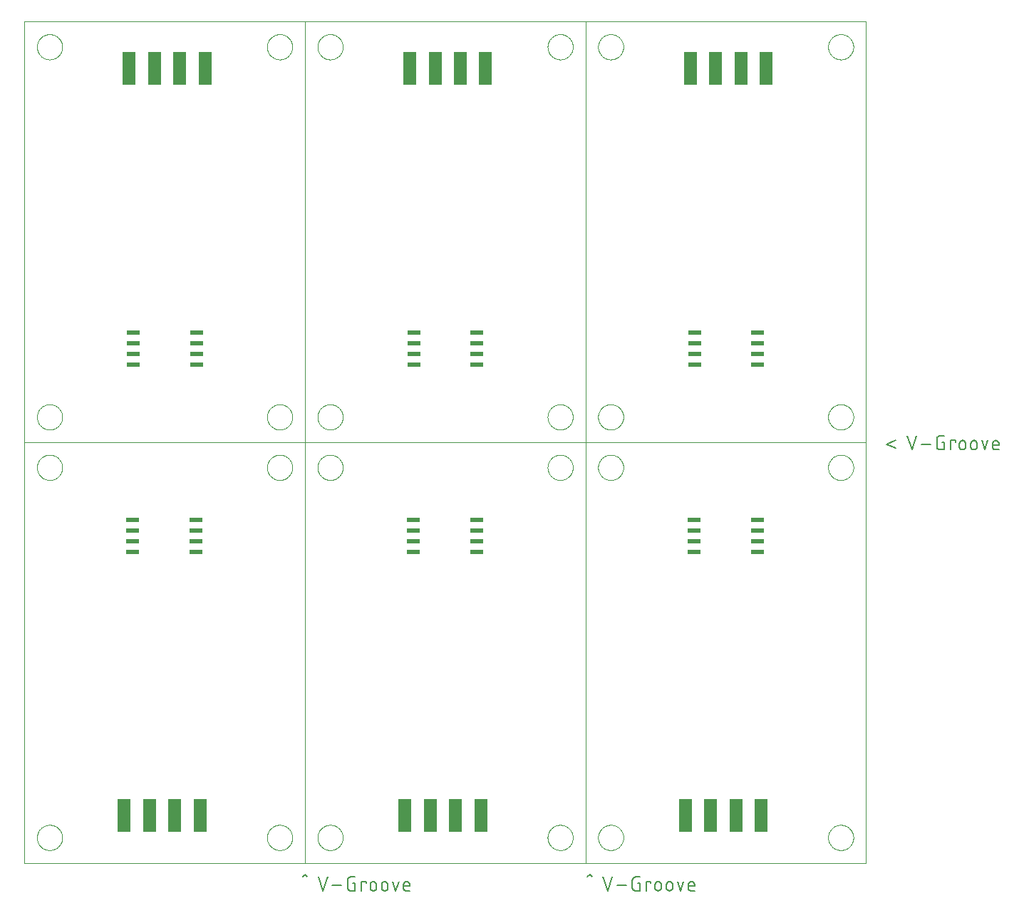
<source format=gtp>
G75*
%MOIN*%
%OFA0B0*%
%FSLAX25Y25*%
%IPPOS*%
%LPD*%
%AMOC8*
5,1,8,0,0,1.08239X$1,22.5*
%
%ADD10C,0.00600*%
%ADD11C,0.00004*%
%ADD12R,0.05906X0.02362*%
%ADD13R,0.06299X0.15748*%
D10*
X0131172Y0015608D02*
X0132239Y0016674D01*
X0133305Y0015608D01*
X0138516Y0015430D02*
X0140649Y0009030D01*
X0142782Y0015430D01*
X0145080Y0011519D02*
X0149347Y0011519D01*
X0152205Y0010452D02*
X0152205Y0014008D01*
X0152207Y0014082D01*
X0152213Y0014157D01*
X0152223Y0014230D01*
X0152236Y0014304D01*
X0152253Y0014376D01*
X0152275Y0014447D01*
X0152299Y0014518D01*
X0152328Y0014586D01*
X0152360Y0014654D01*
X0152396Y0014719D01*
X0152434Y0014782D01*
X0152477Y0014844D01*
X0152522Y0014903D01*
X0152570Y0014959D01*
X0152621Y0015014D01*
X0152675Y0015065D01*
X0152732Y0015113D01*
X0152791Y0015158D01*
X0152853Y0015201D01*
X0152916Y0015239D01*
X0152981Y0015275D01*
X0153049Y0015307D01*
X0153117Y0015336D01*
X0153188Y0015360D01*
X0153259Y0015382D01*
X0153331Y0015399D01*
X0153405Y0015412D01*
X0153478Y0015422D01*
X0153553Y0015428D01*
X0153627Y0015430D01*
X0155761Y0015430D01*
X0155761Y0012586D02*
X0155761Y0009030D01*
X0153627Y0009030D01*
X0153553Y0009032D01*
X0153478Y0009038D01*
X0153405Y0009048D01*
X0153331Y0009061D01*
X0153259Y0009078D01*
X0153188Y0009100D01*
X0153117Y0009124D01*
X0153049Y0009153D01*
X0152981Y0009185D01*
X0152916Y0009221D01*
X0152853Y0009259D01*
X0152791Y0009302D01*
X0152732Y0009347D01*
X0152675Y0009395D01*
X0152621Y0009446D01*
X0152570Y0009500D01*
X0152522Y0009557D01*
X0152477Y0009616D01*
X0152434Y0009678D01*
X0152396Y0009741D01*
X0152360Y0009806D01*
X0152328Y0009874D01*
X0152299Y0009942D01*
X0152275Y0010013D01*
X0152253Y0010084D01*
X0152236Y0010156D01*
X0152223Y0010230D01*
X0152213Y0010303D01*
X0152207Y0010378D01*
X0152205Y0010452D01*
X0154694Y0012586D02*
X0155761Y0012586D01*
X0158748Y0013297D02*
X0160881Y0013297D01*
X0160881Y0012586D01*
X0162817Y0011874D02*
X0162817Y0010452D01*
X0162818Y0010452D02*
X0162820Y0010378D01*
X0162826Y0010303D01*
X0162836Y0010230D01*
X0162849Y0010156D01*
X0162866Y0010084D01*
X0162888Y0010013D01*
X0162912Y0009942D01*
X0162941Y0009874D01*
X0162973Y0009806D01*
X0163009Y0009741D01*
X0163047Y0009678D01*
X0163090Y0009616D01*
X0163135Y0009557D01*
X0163183Y0009500D01*
X0163234Y0009446D01*
X0163288Y0009395D01*
X0163345Y0009347D01*
X0163404Y0009302D01*
X0163466Y0009259D01*
X0163529Y0009221D01*
X0163594Y0009185D01*
X0163662Y0009153D01*
X0163730Y0009124D01*
X0163801Y0009100D01*
X0163872Y0009078D01*
X0163944Y0009061D01*
X0164018Y0009048D01*
X0164091Y0009038D01*
X0164166Y0009032D01*
X0164240Y0009030D01*
X0164314Y0009032D01*
X0164389Y0009038D01*
X0164462Y0009048D01*
X0164536Y0009061D01*
X0164608Y0009078D01*
X0164679Y0009100D01*
X0164750Y0009124D01*
X0164818Y0009153D01*
X0164886Y0009185D01*
X0164951Y0009221D01*
X0165014Y0009259D01*
X0165076Y0009302D01*
X0165135Y0009347D01*
X0165192Y0009395D01*
X0165246Y0009446D01*
X0165297Y0009500D01*
X0165345Y0009557D01*
X0165390Y0009616D01*
X0165433Y0009678D01*
X0165471Y0009741D01*
X0165507Y0009806D01*
X0165539Y0009874D01*
X0165568Y0009942D01*
X0165592Y0010013D01*
X0165614Y0010084D01*
X0165631Y0010156D01*
X0165644Y0010230D01*
X0165654Y0010303D01*
X0165660Y0010378D01*
X0165662Y0010452D01*
X0165662Y0011874D01*
X0165660Y0011948D01*
X0165654Y0012023D01*
X0165644Y0012096D01*
X0165631Y0012170D01*
X0165614Y0012242D01*
X0165592Y0012313D01*
X0165568Y0012384D01*
X0165539Y0012452D01*
X0165507Y0012520D01*
X0165471Y0012585D01*
X0165433Y0012648D01*
X0165390Y0012710D01*
X0165345Y0012769D01*
X0165297Y0012826D01*
X0165246Y0012880D01*
X0165192Y0012931D01*
X0165135Y0012979D01*
X0165076Y0013024D01*
X0165014Y0013067D01*
X0164951Y0013105D01*
X0164886Y0013141D01*
X0164818Y0013173D01*
X0164750Y0013202D01*
X0164679Y0013226D01*
X0164608Y0013248D01*
X0164536Y0013265D01*
X0164462Y0013278D01*
X0164389Y0013288D01*
X0164314Y0013294D01*
X0164240Y0013296D01*
X0164166Y0013294D01*
X0164091Y0013288D01*
X0164018Y0013278D01*
X0163944Y0013265D01*
X0163872Y0013248D01*
X0163801Y0013226D01*
X0163730Y0013202D01*
X0163662Y0013173D01*
X0163594Y0013141D01*
X0163529Y0013105D01*
X0163466Y0013067D01*
X0163404Y0013024D01*
X0163345Y0012979D01*
X0163288Y0012931D01*
X0163234Y0012880D01*
X0163183Y0012826D01*
X0163135Y0012769D01*
X0163090Y0012710D01*
X0163047Y0012648D01*
X0163009Y0012585D01*
X0162973Y0012520D01*
X0162941Y0012452D01*
X0162912Y0012384D01*
X0162888Y0012313D01*
X0162866Y0012242D01*
X0162849Y0012170D01*
X0162836Y0012096D01*
X0162826Y0012023D01*
X0162820Y0011948D01*
X0162818Y0011874D01*
X0158748Y0013297D02*
X0158748Y0009030D01*
X0168151Y0010452D02*
X0168151Y0011874D01*
X0168153Y0011948D01*
X0168159Y0012023D01*
X0168169Y0012096D01*
X0168182Y0012170D01*
X0168199Y0012242D01*
X0168221Y0012313D01*
X0168245Y0012384D01*
X0168274Y0012452D01*
X0168306Y0012520D01*
X0168342Y0012585D01*
X0168380Y0012648D01*
X0168423Y0012710D01*
X0168468Y0012769D01*
X0168516Y0012826D01*
X0168567Y0012880D01*
X0168621Y0012931D01*
X0168678Y0012979D01*
X0168737Y0013024D01*
X0168799Y0013067D01*
X0168862Y0013105D01*
X0168927Y0013141D01*
X0168995Y0013173D01*
X0169063Y0013202D01*
X0169134Y0013226D01*
X0169205Y0013248D01*
X0169277Y0013265D01*
X0169351Y0013278D01*
X0169424Y0013288D01*
X0169499Y0013294D01*
X0169573Y0013296D01*
X0169647Y0013294D01*
X0169722Y0013288D01*
X0169795Y0013278D01*
X0169869Y0013265D01*
X0169941Y0013248D01*
X0170012Y0013226D01*
X0170083Y0013202D01*
X0170151Y0013173D01*
X0170219Y0013141D01*
X0170284Y0013105D01*
X0170347Y0013067D01*
X0170409Y0013024D01*
X0170468Y0012979D01*
X0170525Y0012931D01*
X0170579Y0012880D01*
X0170630Y0012826D01*
X0170678Y0012769D01*
X0170723Y0012710D01*
X0170766Y0012648D01*
X0170804Y0012585D01*
X0170840Y0012520D01*
X0170872Y0012452D01*
X0170901Y0012384D01*
X0170925Y0012313D01*
X0170947Y0012242D01*
X0170964Y0012170D01*
X0170977Y0012096D01*
X0170987Y0012023D01*
X0170993Y0011948D01*
X0170995Y0011874D01*
X0170995Y0010452D01*
X0170993Y0010378D01*
X0170987Y0010303D01*
X0170977Y0010230D01*
X0170964Y0010156D01*
X0170947Y0010084D01*
X0170925Y0010013D01*
X0170901Y0009942D01*
X0170872Y0009874D01*
X0170840Y0009806D01*
X0170804Y0009741D01*
X0170766Y0009678D01*
X0170723Y0009616D01*
X0170678Y0009557D01*
X0170630Y0009500D01*
X0170579Y0009446D01*
X0170525Y0009395D01*
X0170468Y0009347D01*
X0170409Y0009302D01*
X0170347Y0009259D01*
X0170284Y0009221D01*
X0170219Y0009185D01*
X0170151Y0009153D01*
X0170083Y0009124D01*
X0170012Y0009100D01*
X0169941Y0009078D01*
X0169869Y0009061D01*
X0169795Y0009048D01*
X0169722Y0009038D01*
X0169647Y0009032D01*
X0169573Y0009030D01*
X0169499Y0009032D01*
X0169424Y0009038D01*
X0169351Y0009048D01*
X0169277Y0009061D01*
X0169205Y0009078D01*
X0169134Y0009100D01*
X0169063Y0009124D01*
X0168995Y0009153D01*
X0168927Y0009185D01*
X0168862Y0009221D01*
X0168799Y0009259D01*
X0168737Y0009302D01*
X0168678Y0009347D01*
X0168621Y0009395D01*
X0168567Y0009446D01*
X0168516Y0009500D01*
X0168468Y0009557D01*
X0168423Y0009616D01*
X0168380Y0009678D01*
X0168342Y0009741D01*
X0168306Y0009806D01*
X0168274Y0009874D01*
X0168245Y0009942D01*
X0168221Y0010013D01*
X0168199Y0010084D01*
X0168182Y0010156D01*
X0168169Y0010230D01*
X0168159Y0010303D01*
X0168153Y0010378D01*
X0168151Y0010452D01*
X0173279Y0013297D02*
X0174701Y0009030D01*
X0176124Y0013297D01*
X0178408Y0011874D02*
X0178408Y0010097D01*
X0178407Y0010097D02*
X0178409Y0010033D01*
X0178415Y0009968D01*
X0178424Y0009905D01*
X0178438Y0009842D01*
X0178455Y0009780D01*
X0178476Y0009719D01*
X0178501Y0009659D01*
X0178529Y0009601D01*
X0178561Y0009545D01*
X0178596Y0009491D01*
X0178634Y0009439D01*
X0178675Y0009389D01*
X0178720Y0009343D01*
X0178766Y0009298D01*
X0178816Y0009257D01*
X0178868Y0009219D01*
X0178922Y0009184D01*
X0178978Y0009152D01*
X0179036Y0009124D01*
X0179096Y0009099D01*
X0179157Y0009078D01*
X0179219Y0009061D01*
X0179282Y0009047D01*
X0179345Y0009038D01*
X0179410Y0009032D01*
X0179474Y0009030D01*
X0181252Y0009030D01*
X0181252Y0011163D02*
X0178408Y0011163D01*
X0178408Y0011874D02*
X0178410Y0011948D01*
X0178416Y0012023D01*
X0178426Y0012096D01*
X0178439Y0012170D01*
X0178456Y0012242D01*
X0178478Y0012313D01*
X0178502Y0012384D01*
X0178531Y0012452D01*
X0178563Y0012520D01*
X0178599Y0012585D01*
X0178637Y0012648D01*
X0178680Y0012710D01*
X0178725Y0012769D01*
X0178773Y0012826D01*
X0178824Y0012880D01*
X0178878Y0012931D01*
X0178935Y0012979D01*
X0178994Y0013024D01*
X0179056Y0013067D01*
X0179119Y0013105D01*
X0179184Y0013141D01*
X0179252Y0013173D01*
X0179320Y0013202D01*
X0179391Y0013226D01*
X0179462Y0013248D01*
X0179534Y0013265D01*
X0179608Y0013278D01*
X0179681Y0013288D01*
X0179756Y0013294D01*
X0179830Y0013296D01*
X0179904Y0013294D01*
X0179979Y0013288D01*
X0180052Y0013278D01*
X0180126Y0013265D01*
X0180198Y0013248D01*
X0180269Y0013226D01*
X0180340Y0013202D01*
X0180408Y0013173D01*
X0180476Y0013141D01*
X0180541Y0013105D01*
X0180604Y0013067D01*
X0180666Y0013024D01*
X0180725Y0012979D01*
X0180782Y0012931D01*
X0180836Y0012880D01*
X0180887Y0012826D01*
X0180935Y0012769D01*
X0180980Y0012710D01*
X0181023Y0012648D01*
X0181061Y0012585D01*
X0181097Y0012520D01*
X0181129Y0012452D01*
X0181158Y0012384D01*
X0181182Y0012313D01*
X0181204Y0012242D01*
X0181221Y0012170D01*
X0181234Y0012096D01*
X0181244Y0012023D01*
X0181250Y0011948D01*
X0181252Y0011874D01*
X0181252Y0011163D01*
X0264372Y0015608D02*
X0265439Y0016674D01*
X0266505Y0015608D01*
X0271716Y0015430D02*
X0273849Y0009030D01*
X0275982Y0015430D01*
X0278280Y0011519D02*
X0282547Y0011519D01*
X0285405Y0010452D02*
X0285405Y0014008D01*
X0285407Y0014082D01*
X0285413Y0014157D01*
X0285423Y0014230D01*
X0285436Y0014304D01*
X0285453Y0014376D01*
X0285475Y0014447D01*
X0285499Y0014518D01*
X0285528Y0014586D01*
X0285560Y0014654D01*
X0285596Y0014719D01*
X0285634Y0014782D01*
X0285677Y0014844D01*
X0285722Y0014903D01*
X0285770Y0014959D01*
X0285821Y0015014D01*
X0285875Y0015065D01*
X0285932Y0015113D01*
X0285991Y0015158D01*
X0286053Y0015201D01*
X0286116Y0015239D01*
X0286181Y0015275D01*
X0286249Y0015307D01*
X0286317Y0015336D01*
X0286388Y0015360D01*
X0286459Y0015382D01*
X0286531Y0015399D01*
X0286605Y0015412D01*
X0286678Y0015422D01*
X0286753Y0015428D01*
X0286827Y0015430D01*
X0288961Y0015430D01*
X0288961Y0012586D02*
X0288961Y0009030D01*
X0286827Y0009030D01*
X0286753Y0009032D01*
X0286678Y0009038D01*
X0286605Y0009048D01*
X0286531Y0009061D01*
X0286459Y0009078D01*
X0286388Y0009100D01*
X0286317Y0009124D01*
X0286249Y0009153D01*
X0286181Y0009185D01*
X0286116Y0009221D01*
X0286053Y0009259D01*
X0285991Y0009302D01*
X0285932Y0009347D01*
X0285875Y0009395D01*
X0285821Y0009446D01*
X0285770Y0009500D01*
X0285722Y0009557D01*
X0285677Y0009616D01*
X0285634Y0009678D01*
X0285596Y0009741D01*
X0285560Y0009806D01*
X0285528Y0009874D01*
X0285499Y0009942D01*
X0285475Y0010013D01*
X0285453Y0010084D01*
X0285436Y0010156D01*
X0285423Y0010230D01*
X0285413Y0010303D01*
X0285407Y0010378D01*
X0285405Y0010452D01*
X0287894Y0012586D02*
X0288961Y0012586D01*
X0291948Y0013297D02*
X0294081Y0013297D01*
X0294081Y0012586D01*
X0296017Y0011874D02*
X0296017Y0010452D01*
X0296018Y0010452D02*
X0296020Y0010378D01*
X0296026Y0010303D01*
X0296036Y0010230D01*
X0296049Y0010156D01*
X0296066Y0010084D01*
X0296088Y0010013D01*
X0296112Y0009942D01*
X0296141Y0009874D01*
X0296173Y0009806D01*
X0296209Y0009741D01*
X0296247Y0009678D01*
X0296290Y0009616D01*
X0296335Y0009557D01*
X0296383Y0009500D01*
X0296434Y0009446D01*
X0296488Y0009395D01*
X0296545Y0009347D01*
X0296604Y0009302D01*
X0296666Y0009259D01*
X0296729Y0009221D01*
X0296794Y0009185D01*
X0296862Y0009153D01*
X0296930Y0009124D01*
X0297001Y0009100D01*
X0297072Y0009078D01*
X0297144Y0009061D01*
X0297218Y0009048D01*
X0297291Y0009038D01*
X0297366Y0009032D01*
X0297440Y0009030D01*
X0297514Y0009032D01*
X0297589Y0009038D01*
X0297662Y0009048D01*
X0297736Y0009061D01*
X0297808Y0009078D01*
X0297879Y0009100D01*
X0297950Y0009124D01*
X0298018Y0009153D01*
X0298086Y0009185D01*
X0298151Y0009221D01*
X0298214Y0009259D01*
X0298276Y0009302D01*
X0298335Y0009347D01*
X0298392Y0009395D01*
X0298446Y0009446D01*
X0298497Y0009500D01*
X0298545Y0009557D01*
X0298590Y0009616D01*
X0298633Y0009678D01*
X0298671Y0009741D01*
X0298707Y0009806D01*
X0298739Y0009874D01*
X0298768Y0009942D01*
X0298792Y0010013D01*
X0298814Y0010084D01*
X0298831Y0010156D01*
X0298844Y0010230D01*
X0298854Y0010303D01*
X0298860Y0010378D01*
X0298862Y0010452D01*
X0298862Y0011874D01*
X0298860Y0011948D01*
X0298854Y0012023D01*
X0298844Y0012096D01*
X0298831Y0012170D01*
X0298814Y0012242D01*
X0298792Y0012313D01*
X0298768Y0012384D01*
X0298739Y0012452D01*
X0298707Y0012520D01*
X0298671Y0012585D01*
X0298633Y0012648D01*
X0298590Y0012710D01*
X0298545Y0012769D01*
X0298497Y0012826D01*
X0298446Y0012880D01*
X0298392Y0012931D01*
X0298335Y0012979D01*
X0298276Y0013024D01*
X0298214Y0013067D01*
X0298151Y0013105D01*
X0298086Y0013141D01*
X0298018Y0013173D01*
X0297950Y0013202D01*
X0297879Y0013226D01*
X0297808Y0013248D01*
X0297736Y0013265D01*
X0297662Y0013278D01*
X0297589Y0013288D01*
X0297514Y0013294D01*
X0297440Y0013296D01*
X0297366Y0013294D01*
X0297291Y0013288D01*
X0297218Y0013278D01*
X0297144Y0013265D01*
X0297072Y0013248D01*
X0297001Y0013226D01*
X0296930Y0013202D01*
X0296862Y0013173D01*
X0296794Y0013141D01*
X0296729Y0013105D01*
X0296666Y0013067D01*
X0296604Y0013024D01*
X0296545Y0012979D01*
X0296488Y0012931D01*
X0296434Y0012880D01*
X0296383Y0012826D01*
X0296335Y0012769D01*
X0296290Y0012710D01*
X0296247Y0012648D01*
X0296209Y0012585D01*
X0296173Y0012520D01*
X0296141Y0012452D01*
X0296112Y0012384D01*
X0296088Y0012313D01*
X0296066Y0012242D01*
X0296049Y0012170D01*
X0296036Y0012096D01*
X0296026Y0012023D01*
X0296020Y0011948D01*
X0296018Y0011874D01*
X0291948Y0013297D02*
X0291948Y0009030D01*
X0301351Y0010452D02*
X0301351Y0011874D01*
X0301353Y0011948D01*
X0301359Y0012023D01*
X0301369Y0012096D01*
X0301382Y0012170D01*
X0301399Y0012242D01*
X0301421Y0012313D01*
X0301445Y0012384D01*
X0301474Y0012452D01*
X0301506Y0012520D01*
X0301542Y0012585D01*
X0301580Y0012648D01*
X0301623Y0012710D01*
X0301668Y0012769D01*
X0301716Y0012826D01*
X0301767Y0012880D01*
X0301821Y0012931D01*
X0301878Y0012979D01*
X0301937Y0013024D01*
X0301999Y0013067D01*
X0302062Y0013105D01*
X0302127Y0013141D01*
X0302195Y0013173D01*
X0302263Y0013202D01*
X0302334Y0013226D01*
X0302405Y0013248D01*
X0302477Y0013265D01*
X0302551Y0013278D01*
X0302624Y0013288D01*
X0302699Y0013294D01*
X0302773Y0013296D01*
X0302847Y0013294D01*
X0302922Y0013288D01*
X0302995Y0013278D01*
X0303069Y0013265D01*
X0303141Y0013248D01*
X0303212Y0013226D01*
X0303283Y0013202D01*
X0303351Y0013173D01*
X0303419Y0013141D01*
X0303484Y0013105D01*
X0303547Y0013067D01*
X0303609Y0013024D01*
X0303668Y0012979D01*
X0303725Y0012931D01*
X0303779Y0012880D01*
X0303830Y0012826D01*
X0303878Y0012769D01*
X0303923Y0012710D01*
X0303966Y0012648D01*
X0304004Y0012585D01*
X0304040Y0012520D01*
X0304072Y0012452D01*
X0304101Y0012384D01*
X0304125Y0012313D01*
X0304147Y0012242D01*
X0304164Y0012170D01*
X0304177Y0012096D01*
X0304187Y0012023D01*
X0304193Y0011948D01*
X0304195Y0011874D01*
X0304195Y0010452D01*
X0304193Y0010378D01*
X0304187Y0010303D01*
X0304177Y0010230D01*
X0304164Y0010156D01*
X0304147Y0010084D01*
X0304125Y0010013D01*
X0304101Y0009942D01*
X0304072Y0009874D01*
X0304040Y0009806D01*
X0304004Y0009741D01*
X0303966Y0009678D01*
X0303923Y0009616D01*
X0303878Y0009557D01*
X0303830Y0009500D01*
X0303779Y0009446D01*
X0303725Y0009395D01*
X0303668Y0009347D01*
X0303609Y0009302D01*
X0303547Y0009259D01*
X0303484Y0009221D01*
X0303419Y0009185D01*
X0303351Y0009153D01*
X0303283Y0009124D01*
X0303212Y0009100D01*
X0303141Y0009078D01*
X0303069Y0009061D01*
X0302995Y0009048D01*
X0302922Y0009038D01*
X0302847Y0009032D01*
X0302773Y0009030D01*
X0302699Y0009032D01*
X0302624Y0009038D01*
X0302551Y0009048D01*
X0302477Y0009061D01*
X0302405Y0009078D01*
X0302334Y0009100D01*
X0302263Y0009124D01*
X0302195Y0009153D01*
X0302127Y0009185D01*
X0302062Y0009221D01*
X0301999Y0009259D01*
X0301937Y0009302D01*
X0301878Y0009347D01*
X0301821Y0009395D01*
X0301767Y0009446D01*
X0301716Y0009500D01*
X0301668Y0009557D01*
X0301623Y0009616D01*
X0301580Y0009678D01*
X0301542Y0009741D01*
X0301506Y0009806D01*
X0301474Y0009874D01*
X0301445Y0009942D01*
X0301421Y0010013D01*
X0301399Y0010084D01*
X0301382Y0010156D01*
X0301369Y0010230D01*
X0301359Y0010303D01*
X0301353Y0010378D01*
X0301351Y0010452D01*
X0306479Y0013297D02*
X0307901Y0009030D01*
X0309324Y0013297D01*
X0311608Y0011874D02*
X0311608Y0010097D01*
X0311607Y0010097D02*
X0311609Y0010033D01*
X0311615Y0009968D01*
X0311624Y0009905D01*
X0311638Y0009842D01*
X0311655Y0009780D01*
X0311676Y0009719D01*
X0311701Y0009659D01*
X0311729Y0009601D01*
X0311761Y0009545D01*
X0311796Y0009491D01*
X0311834Y0009439D01*
X0311875Y0009389D01*
X0311920Y0009343D01*
X0311966Y0009298D01*
X0312016Y0009257D01*
X0312068Y0009219D01*
X0312122Y0009184D01*
X0312178Y0009152D01*
X0312236Y0009124D01*
X0312296Y0009099D01*
X0312357Y0009078D01*
X0312419Y0009061D01*
X0312482Y0009047D01*
X0312545Y0009038D01*
X0312610Y0009032D01*
X0312674Y0009030D01*
X0314452Y0009030D01*
X0314452Y0011163D02*
X0311608Y0011163D01*
X0311608Y0011874D02*
X0311610Y0011948D01*
X0311616Y0012023D01*
X0311626Y0012096D01*
X0311639Y0012170D01*
X0311656Y0012242D01*
X0311678Y0012313D01*
X0311702Y0012384D01*
X0311731Y0012452D01*
X0311763Y0012520D01*
X0311799Y0012585D01*
X0311837Y0012648D01*
X0311880Y0012710D01*
X0311925Y0012769D01*
X0311973Y0012826D01*
X0312024Y0012880D01*
X0312078Y0012931D01*
X0312135Y0012979D01*
X0312194Y0013024D01*
X0312256Y0013067D01*
X0312319Y0013105D01*
X0312384Y0013141D01*
X0312452Y0013173D01*
X0312520Y0013202D01*
X0312591Y0013226D01*
X0312662Y0013248D01*
X0312734Y0013265D01*
X0312808Y0013278D01*
X0312881Y0013288D01*
X0312956Y0013294D01*
X0313030Y0013296D01*
X0313104Y0013294D01*
X0313179Y0013288D01*
X0313252Y0013278D01*
X0313326Y0013265D01*
X0313398Y0013248D01*
X0313469Y0013226D01*
X0313540Y0013202D01*
X0313608Y0013173D01*
X0313676Y0013141D01*
X0313741Y0013105D01*
X0313804Y0013067D01*
X0313866Y0013024D01*
X0313925Y0012979D01*
X0313982Y0012931D01*
X0314036Y0012880D01*
X0314087Y0012826D01*
X0314135Y0012769D01*
X0314180Y0012710D01*
X0314223Y0012648D01*
X0314261Y0012585D01*
X0314297Y0012520D01*
X0314329Y0012452D01*
X0314358Y0012384D01*
X0314382Y0012313D01*
X0314404Y0012242D01*
X0314421Y0012170D01*
X0314434Y0012096D01*
X0314444Y0012023D01*
X0314450Y0011948D01*
X0314452Y0011874D01*
X0314452Y0011163D01*
X0404232Y0217979D02*
X0408499Y0216201D01*
X0408499Y0219757D02*
X0404232Y0217979D01*
X0414078Y0221890D02*
X0416212Y0215490D01*
X0418345Y0221890D01*
X0420643Y0217979D02*
X0424909Y0217979D01*
X0427768Y0216912D02*
X0427768Y0220468D01*
X0427770Y0220542D01*
X0427776Y0220617D01*
X0427786Y0220690D01*
X0427799Y0220764D01*
X0427816Y0220836D01*
X0427838Y0220907D01*
X0427862Y0220978D01*
X0427891Y0221046D01*
X0427923Y0221114D01*
X0427959Y0221179D01*
X0427997Y0221242D01*
X0428040Y0221304D01*
X0428085Y0221363D01*
X0428133Y0221419D01*
X0428184Y0221474D01*
X0428238Y0221525D01*
X0428295Y0221573D01*
X0428354Y0221618D01*
X0428416Y0221661D01*
X0428479Y0221699D01*
X0428544Y0221735D01*
X0428612Y0221767D01*
X0428680Y0221796D01*
X0428751Y0221820D01*
X0428822Y0221842D01*
X0428894Y0221859D01*
X0428968Y0221872D01*
X0429041Y0221882D01*
X0429116Y0221888D01*
X0429190Y0221890D01*
X0431323Y0221890D01*
X0431323Y0219046D02*
X0431323Y0215490D01*
X0429190Y0215490D01*
X0429116Y0215492D01*
X0429041Y0215498D01*
X0428968Y0215508D01*
X0428894Y0215521D01*
X0428822Y0215538D01*
X0428751Y0215560D01*
X0428680Y0215584D01*
X0428612Y0215613D01*
X0428544Y0215645D01*
X0428479Y0215681D01*
X0428416Y0215719D01*
X0428354Y0215762D01*
X0428295Y0215807D01*
X0428238Y0215855D01*
X0428184Y0215906D01*
X0428133Y0215960D01*
X0428085Y0216017D01*
X0428040Y0216076D01*
X0427997Y0216138D01*
X0427959Y0216201D01*
X0427923Y0216266D01*
X0427891Y0216334D01*
X0427862Y0216402D01*
X0427838Y0216473D01*
X0427816Y0216544D01*
X0427799Y0216616D01*
X0427786Y0216690D01*
X0427776Y0216763D01*
X0427770Y0216838D01*
X0427768Y0216912D01*
X0430257Y0219046D02*
X0431323Y0219046D01*
X0434311Y0219757D02*
X0434311Y0215490D01*
X0436444Y0219046D02*
X0436444Y0219757D01*
X0434311Y0219757D01*
X0438380Y0218334D02*
X0438380Y0216912D01*
X0438382Y0216838D01*
X0438388Y0216763D01*
X0438398Y0216690D01*
X0438411Y0216616D01*
X0438428Y0216544D01*
X0438450Y0216473D01*
X0438474Y0216402D01*
X0438503Y0216334D01*
X0438535Y0216266D01*
X0438571Y0216201D01*
X0438609Y0216138D01*
X0438652Y0216076D01*
X0438697Y0216017D01*
X0438745Y0215960D01*
X0438796Y0215906D01*
X0438850Y0215855D01*
X0438907Y0215807D01*
X0438966Y0215762D01*
X0439028Y0215719D01*
X0439091Y0215681D01*
X0439156Y0215645D01*
X0439224Y0215613D01*
X0439292Y0215584D01*
X0439363Y0215560D01*
X0439434Y0215538D01*
X0439506Y0215521D01*
X0439580Y0215508D01*
X0439653Y0215498D01*
X0439728Y0215492D01*
X0439802Y0215490D01*
X0439876Y0215492D01*
X0439951Y0215498D01*
X0440024Y0215508D01*
X0440098Y0215521D01*
X0440170Y0215538D01*
X0440241Y0215560D01*
X0440312Y0215584D01*
X0440380Y0215613D01*
X0440448Y0215645D01*
X0440513Y0215681D01*
X0440576Y0215719D01*
X0440638Y0215762D01*
X0440697Y0215807D01*
X0440754Y0215855D01*
X0440808Y0215906D01*
X0440859Y0215960D01*
X0440907Y0216017D01*
X0440952Y0216076D01*
X0440995Y0216138D01*
X0441033Y0216201D01*
X0441069Y0216266D01*
X0441101Y0216334D01*
X0441130Y0216402D01*
X0441154Y0216473D01*
X0441176Y0216544D01*
X0441193Y0216616D01*
X0441206Y0216690D01*
X0441216Y0216763D01*
X0441222Y0216838D01*
X0441224Y0216912D01*
X0441224Y0218334D01*
X0441222Y0218408D01*
X0441216Y0218483D01*
X0441206Y0218556D01*
X0441193Y0218630D01*
X0441176Y0218702D01*
X0441154Y0218773D01*
X0441130Y0218844D01*
X0441101Y0218912D01*
X0441069Y0218980D01*
X0441033Y0219045D01*
X0440995Y0219108D01*
X0440952Y0219170D01*
X0440907Y0219229D01*
X0440859Y0219286D01*
X0440808Y0219340D01*
X0440754Y0219391D01*
X0440697Y0219439D01*
X0440638Y0219484D01*
X0440576Y0219527D01*
X0440513Y0219565D01*
X0440448Y0219601D01*
X0440380Y0219633D01*
X0440312Y0219662D01*
X0440241Y0219686D01*
X0440170Y0219708D01*
X0440098Y0219725D01*
X0440024Y0219738D01*
X0439951Y0219748D01*
X0439876Y0219754D01*
X0439802Y0219756D01*
X0439728Y0219754D01*
X0439653Y0219748D01*
X0439580Y0219738D01*
X0439506Y0219725D01*
X0439434Y0219708D01*
X0439363Y0219686D01*
X0439292Y0219662D01*
X0439224Y0219633D01*
X0439156Y0219601D01*
X0439091Y0219565D01*
X0439028Y0219527D01*
X0438966Y0219484D01*
X0438907Y0219439D01*
X0438850Y0219391D01*
X0438796Y0219340D01*
X0438745Y0219286D01*
X0438697Y0219229D01*
X0438652Y0219170D01*
X0438609Y0219108D01*
X0438571Y0219045D01*
X0438535Y0218980D01*
X0438503Y0218912D01*
X0438474Y0218844D01*
X0438450Y0218773D01*
X0438428Y0218702D01*
X0438411Y0218630D01*
X0438398Y0218556D01*
X0438388Y0218483D01*
X0438382Y0218408D01*
X0438380Y0218334D01*
X0443713Y0218334D02*
X0443713Y0216912D01*
X0443714Y0216912D02*
X0443716Y0216838D01*
X0443722Y0216763D01*
X0443732Y0216690D01*
X0443745Y0216616D01*
X0443762Y0216544D01*
X0443784Y0216473D01*
X0443808Y0216402D01*
X0443837Y0216334D01*
X0443869Y0216266D01*
X0443905Y0216201D01*
X0443943Y0216138D01*
X0443986Y0216076D01*
X0444031Y0216017D01*
X0444079Y0215960D01*
X0444130Y0215906D01*
X0444184Y0215855D01*
X0444241Y0215807D01*
X0444300Y0215762D01*
X0444362Y0215719D01*
X0444425Y0215681D01*
X0444490Y0215645D01*
X0444558Y0215613D01*
X0444626Y0215584D01*
X0444697Y0215560D01*
X0444768Y0215538D01*
X0444840Y0215521D01*
X0444914Y0215508D01*
X0444987Y0215498D01*
X0445062Y0215492D01*
X0445136Y0215490D01*
X0445210Y0215492D01*
X0445285Y0215498D01*
X0445358Y0215508D01*
X0445432Y0215521D01*
X0445504Y0215538D01*
X0445575Y0215560D01*
X0445646Y0215584D01*
X0445714Y0215613D01*
X0445782Y0215645D01*
X0445847Y0215681D01*
X0445910Y0215719D01*
X0445972Y0215762D01*
X0446031Y0215807D01*
X0446088Y0215855D01*
X0446142Y0215906D01*
X0446193Y0215960D01*
X0446241Y0216017D01*
X0446286Y0216076D01*
X0446329Y0216138D01*
X0446367Y0216201D01*
X0446403Y0216266D01*
X0446435Y0216334D01*
X0446464Y0216402D01*
X0446488Y0216473D01*
X0446510Y0216544D01*
X0446527Y0216616D01*
X0446540Y0216690D01*
X0446550Y0216763D01*
X0446556Y0216838D01*
X0446558Y0216912D01*
X0446558Y0218334D01*
X0446556Y0218408D01*
X0446550Y0218483D01*
X0446540Y0218556D01*
X0446527Y0218630D01*
X0446510Y0218702D01*
X0446488Y0218773D01*
X0446464Y0218844D01*
X0446435Y0218912D01*
X0446403Y0218980D01*
X0446367Y0219045D01*
X0446329Y0219108D01*
X0446286Y0219170D01*
X0446241Y0219229D01*
X0446193Y0219286D01*
X0446142Y0219340D01*
X0446088Y0219391D01*
X0446031Y0219439D01*
X0445972Y0219484D01*
X0445910Y0219527D01*
X0445847Y0219565D01*
X0445782Y0219601D01*
X0445714Y0219633D01*
X0445646Y0219662D01*
X0445575Y0219686D01*
X0445504Y0219708D01*
X0445432Y0219725D01*
X0445358Y0219738D01*
X0445285Y0219748D01*
X0445210Y0219754D01*
X0445136Y0219756D01*
X0445062Y0219754D01*
X0444987Y0219748D01*
X0444914Y0219738D01*
X0444840Y0219725D01*
X0444768Y0219708D01*
X0444697Y0219686D01*
X0444626Y0219662D01*
X0444558Y0219633D01*
X0444490Y0219601D01*
X0444425Y0219565D01*
X0444362Y0219527D01*
X0444300Y0219484D01*
X0444241Y0219439D01*
X0444184Y0219391D01*
X0444130Y0219340D01*
X0444079Y0219286D01*
X0444031Y0219229D01*
X0443986Y0219170D01*
X0443943Y0219108D01*
X0443905Y0219045D01*
X0443869Y0218980D01*
X0443837Y0218912D01*
X0443808Y0218844D01*
X0443784Y0218773D01*
X0443762Y0218702D01*
X0443745Y0218630D01*
X0443732Y0218556D01*
X0443722Y0218483D01*
X0443716Y0218408D01*
X0443714Y0218334D01*
X0448842Y0219757D02*
X0450264Y0215490D01*
X0451686Y0219757D01*
X0453970Y0218334D02*
X0453970Y0216557D01*
X0453970Y0217623D02*
X0456815Y0217623D01*
X0456815Y0218334D01*
X0456814Y0218334D02*
X0456812Y0218408D01*
X0456806Y0218483D01*
X0456796Y0218556D01*
X0456783Y0218630D01*
X0456766Y0218702D01*
X0456744Y0218773D01*
X0456720Y0218844D01*
X0456691Y0218912D01*
X0456659Y0218980D01*
X0456623Y0219045D01*
X0456585Y0219108D01*
X0456542Y0219170D01*
X0456497Y0219229D01*
X0456449Y0219286D01*
X0456398Y0219340D01*
X0456344Y0219391D01*
X0456287Y0219439D01*
X0456228Y0219484D01*
X0456166Y0219527D01*
X0456103Y0219565D01*
X0456038Y0219601D01*
X0455970Y0219633D01*
X0455902Y0219662D01*
X0455831Y0219686D01*
X0455760Y0219708D01*
X0455688Y0219725D01*
X0455614Y0219738D01*
X0455541Y0219748D01*
X0455466Y0219754D01*
X0455392Y0219756D01*
X0455318Y0219754D01*
X0455243Y0219748D01*
X0455170Y0219738D01*
X0455096Y0219725D01*
X0455024Y0219708D01*
X0454953Y0219686D01*
X0454882Y0219662D01*
X0454814Y0219633D01*
X0454746Y0219601D01*
X0454681Y0219565D01*
X0454618Y0219527D01*
X0454556Y0219484D01*
X0454497Y0219439D01*
X0454440Y0219391D01*
X0454386Y0219340D01*
X0454335Y0219286D01*
X0454287Y0219229D01*
X0454242Y0219170D01*
X0454199Y0219108D01*
X0454161Y0219045D01*
X0454125Y0218980D01*
X0454093Y0218912D01*
X0454064Y0218844D01*
X0454040Y0218773D01*
X0454018Y0218702D01*
X0454001Y0218630D01*
X0453988Y0218556D01*
X0453978Y0218483D01*
X0453972Y0218408D01*
X0453970Y0218334D01*
X0453970Y0216557D02*
X0453972Y0216493D01*
X0453978Y0216428D01*
X0453987Y0216365D01*
X0454001Y0216302D01*
X0454018Y0216240D01*
X0454039Y0216179D01*
X0454064Y0216119D01*
X0454092Y0216061D01*
X0454124Y0216005D01*
X0454159Y0215951D01*
X0454197Y0215899D01*
X0454238Y0215849D01*
X0454283Y0215803D01*
X0454329Y0215758D01*
X0454379Y0215717D01*
X0454431Y0215679D01*
X0454485Y0215644D01*
X0454541Y0215612D01*
X0454599Y0215584D01*
X0454659Y0215559D01*
X0454720Y0215538D01*
X0454782Y0215521D01*
X0454845Y0215507D01*
X0454908Y0215498D01*
X0454973Y0215492D01*
X0455037Y0215490D01*
X0456815Y0215490D01*
D11*
X0394703Y0022050D02*
X0001002Y0022050D01*
X0001002Y0415751D01*
X0394703Y0415751D01*
X0394703Y0022050D01*
X0387086Y0029703D02*
X0386939Y0029560D01*
X0386787Y0029422D01*
X0386631Y0029290D01*
X0386470Y0029163D01*
X0386305Y0029042D01*
X0386135Y0028926D01*
X0385962Y0028816D01*
X0385785Y0028713D01*
X0385605Y0028616D01*
X0385421Y0028525D01*
X0385234Y0028440D01*
X0385045Y0028362D01*
X0384853Y0028291D01*
X0384658Y0028226D01*
X0384461Y0028168D01*
X0384263Y0028117D01*
X0384063Y0028073D01*
X0383861Y0028036D01*
X0383658Y0028005D01*
X0383455Y0027982D01*
X0383250Y0027966D01*
X0383045Y0027958D01*
X0382840Y0027956D01*
X0382636Y0027961D01*
X0382431Y0027973D01*
X0382227Y0027993D01*
X0382024Y0028020D01*
X0381821Y0028053D01*
X0381621Y0028094D01*
X0381421Y0028142D01*
X0381223Y0028196D01*
X0381028Y0028257D01*
X0380835Y0028325D01*
X0380644Y0028400D01*
X0380455Y0028481D01*
X0380270Y0028569D01*
X0380088Y0028663D01*
X0379909Y0028764D01*
X0379734Y0028870D01*
X0379563Y0028983D01*
X0379396Y0029102D01*
X0379233Y0029226D01*
X0379074Y0029356D01*
X0378920Y0029491D01*
X0378771Y0029631D01*
X0378626Y0029777D01*
X0378487Y0029927D01*
X0378353Y0030083D01*
X0378225Y0030242D01*
X0378102Y0030406D01*
X0377985Y0030575D01*
X0377874Y0030747D01*
X0377769Y0030923D01*
X0377670Y0031103D01*
X0377577Y0031286D01*
X0377491Y0031472D01*
X0377412Y0031660D01*
X0377338Y0031852D01*
X0377272Y0032046D01*
X0377212Y0032242D01*
X0377160Y0032440D01*
X0377114Y0032640D01*
X0377075Y0032841D01*
X0377043Y0033044D01*
X0377018Y0033247D01*
X0377000Y0033451D01*
X0376990Y0033656D01*
X0376986Y0033861D01*
X0376990Y0034066D01*
X0377000Y0034271D01*
X0377018Y0034475D01*
X0377043Y0034678D01*
X0377075Y0034881D01*
X0377114Y0035082D01*
X0377160Y0035282D01*
X0377212Y0035480D01*
X0377272Y0035676D01*
X0377338Y0035870D01*
X0377412Y0036062D01*
X0377491Y0036251D01*
X0377577Y0036436D01*
X0377670Y0036619D01*
X0377769Y0036799D01*
X0377874Y0036975D01*
X0377985Y0037147D01*
X0378102Y0037316D01*
X0378225Y0037480D01*
X0378353Y0037640D01*
X0378487Y0037795D01*
X0378626Y0037945D01*
X0378771Y0038091D01*
X0378920Y0038231D01*
X0379074Y0038367D01*
X0379233Y0038496D01*
X0379396Y0038621D01*
X0379563Y0038739D01*
X0379734Y0038852D01*
X0379909Y0038958D01*
X0380088Y0039059D01*
X0380270Y0039153D01*
X0380455Y0039241D01*
X0380644Y0039322D01*
X0380835Y0039397D01*
X0381028Y0039465D01*
X0381223Y0039526D01*
X0381421Y0039581D01*
X0381621Y0039628D01*
X0381821Y0039669D01*
X0382024Y0039702D01*
X0382227Y0039729D01*
X0382431Y0039749D01*
X0382636Y0039761D01*
X0382840Y0039766D01*
X0383045Y0039765D01*
X0383250Y0039756D01*
X0383455Y0039740D01*
X0383658Y0039717D01*
X0383861Y0039686D01*
X0384063Y0039649D01*
X0384263Y0039605D01*
X0384461Y0039554D01*
X0384658Y0039496D01*
X0384853Y0039431D01*
X0385045Y0039360D01*
X0385234Y0039282D01*
X0385421Y0039197D01*
X0385605Y0039106D01*
X0385785Y0039009D01*
X0385962Y0038906D01*
X0386135Y0038796D01*
X0386305Y0038681D01*
X0386470Y0038559D01*
X0386631Y0038432D01*
X0386787Y0038300D01*
X0386939Y0038162D01*
X0387086Y0038019D01*
X0387227Y0037871D01*
X0387364Y0037718D01*
X0387495Y0037560D01*
X0387621Y0037398D01*
X0387741Y0037232D01*
X0387855Y0037062D01*
X0387963Y0036887D01*
X0388065Y0036710D01*
X0388161Y0036528D01*
X0388250Y0036344D01*
X0388333Y0036156D01*
X0388409Y0035966D01*
X0388479Y0035773D01*
X0388542Y0035578D01*
X0388598Y0035381D01*
X0388648Y0035182D01*
X0388690Y0034982D01*
X0388725Y0034780D01*
X0388754Y0034577D01*
X0388775Y0034373D01*
X0388789Y0034168D01*
X0388796Y0033964D01*
X0388796Y0033759D01*
X0388789Y0033554D01*
X0388775Y0033349D01*
X0388754Y0033145D01*
X0388725Y0032942D01*
X0388690Y0032740D01*
X0388648Y0032540D01*
X0388598Y0032341D01*
X0388542Y0032144D01*
X0388479Y0031949D01*
X0388409Y0031756D01*
X0388333Y0031566D01*
X0388250Y0031378D01*
X0388161Y0031194D01*
X0388065Y0031012D01*
X0387963Y0030835D01*
X0387855Y0030660D01*
X0387741Y0030490D01*
X0387621Y0030324D01*
X0387495Y0030162D01*
X0387364Y0030004D01*
X0387227Y0029851D01*
X0387086Y0029703D01*
X0281182Y0033656D02*
X0281186Y0033861D01*
X0281182Y0034066D01*
X0281171Y0034271D01*
X0281154Y0034475D01*
X0281129Y0034678D01*
X0281097Y0034881D01*
X0281058Y0035082D01*
X0281012Y0035282D01*
X0280959Y0035480D01*
X0280900Y0035676D01*
X0280833Y0035870D01*
X0280760Y0036062D01*
X0280681Y0036251D01*
X0280594Y0036436D01*
X0280502Y0036619D01*
X0280403Y0036799D01*
X0280298Y0036975D01*
X0280187Y0037147D01*
X0280070Y0037316D01*
X0279947Y0037480D01*
X0279819Y0037640D01*
X0279685Y0037795D01*
X0279546Y0037945D01*
X0279401Y0038091D01*
X0279252Y0038231D01*
X0279098Y0038367D01*
X0278939Y0038496D01*
X0278776Y0038621D01*
X0278609Y0038739D01*
X0278438Y0038852D01*
X0278262Y0038958D01*
X0278084Y0039059D01*
X0277902Y0039153D01*
X0277716Y0039241D01*
X0277528Y0039322D01*
X0277337Y0039397D01*
X0277144Y0039465D01*
X0276948Y0039526D01*
X0276751Y0039581D01*
X0276551Y0039628D01*
X0276351Y0039669D01*
X0276148Y0039702D01*
X0275945Y0039729D01*
X0275741Y0039749D01*
X0275536Y0039761D01*
X0275331Y0039766D01*
X0275126Y0039765D01*
X0274922Y0039756D01*
X0274717Y0039740D01*
X0274514Y0039717D01*
X0274311Y0039686D01*
X0274109Y0039649D01*
X0273909Y0039605D01*
X0273711Y0039554D01*
X0273514Y0039496D01*
X0273319Y0039431D01*
X0273127Y0039360D01*
X0272938Y0039282D01*
X0272751Y0039197D01*
X0272567Y0039106D01*
X0272387Y0039009D01*
X0272210Y0038906D01*
X0272037Y0038796D01*
X0271867Y0038681D01*
X0271702Y0038559D01*
X0271541Y0038432D01*
X0271385Y0038300D01*
X0271233Y0038162D01*
X0271086Y0038019D01*
X0270944Y0037871D01*
X0270808Y0037718D01*
X0270677Y0037560D01*
X0270551Y0037398D01*
X0270431Y0037232D01*
X0270317Y0037062D01*
X0270209Y0036887D01*
X0270107Y0036710D01*
X0270011Y0036528D01*
X0269922Y0036344D01*
X0269839Y0036156D01*
X0269763Y0035966D01*
X0269693Y0035773D01*
X0269630Y0035578D01*
X0269574Y0035381D01*
X0269524Y0035182D01*
X0269482Y0034982D01*
X0269447Y0034780D01*
X0269418Y0034577D01*
X0269397Y0034373D01*
X0269383Y0034168D01*
X0269376Y0033964D01*
X0269376Y0033759D01*
X0269383Y0033554D01*
X0269397Y0033349D01*
X0269418Y0033145D01*
X0269447Y0032942D01*
X0269482Y0032740D01*
X0269524Y0032540D01*
X0269574Y0032341D01*
X0269630Y0032144D01*
X0269693Y0031949D01*
X0269763Y0031756D01*
X0269839Y0031566D01*
X0269922Y0031378D01*
X0270011Y0031194D01*
X0270107Y0031012D01*
X0270209Y0030835D01*
X0270317Y0030660D01*
X0270431Y0030490D01*
X0270551Y0030324D01*
X0270677Y0030162D01*
X0270808Y0030004D01*
X0270944Y0029851D01*
X0271086Y0029703D01*
X0271233Y0029560D01*
X0271385Y0029422D01*
X0271541Y0029290D01*
X0271702Y0029163D01*
X0271867Y0029042D01*
X0272037Y0028926D01*
X0272210Y0028816D01*
X0272387Y0028713D01*
X0272567Y0028616D01*
X0272751Y0028525D01*
X0272938Y0028440D01*
X0273127Y0028362D01*
X0273319Y0028291D01*
X0273514Y0028226D01*
X0273711Y0028168D01*
X0273909Y0028117D01*
X0274109Y0028073D01*
X0274311Y0028036D01*
X0274514Y0028005D01*
X0274717Y0027982D01*
X0274922Y0027966D01*
X0275126Y0027958D01*
X0275331Y0027956D01*
X0275536Y0027961D01*
X0275741Y0027973D01*
X0275945Y0027993D01*
X0276148Y0028020D01*
X0276351Y0028053D01*
X0276551Y0028094D01*
X0276751Y0028142D01*
X0276948Y0028196D01*
X0277144Y0028257D01*
X0277337Y0028325D01*
X0277528Y0028400D01*
X0277716Y0028481D01*
X0277902Y0028569D01*
X0278084Y0028663D01*
X0278262Y0028764D01*
X0278438Y0028870D01*
X0278609Y0028983D01*
X0278776Y0029102D01*
X0278939Y0029226D01*
X0279098Y0029356D01*
X0279252Y0029491D01*
X0279401Y0029631D01*
X0279546Y0029777D01*
X0279685Y0029927D01*
X0279819Y0030083D01*
X0279947Y0030242D01*
X0280070Y0030406D01*
X0280187Y0030575D01*
X0280298Y0030747D01*
X0280403Y0030923D01*
X0280502Y0031103D01*
X0280594Y0031286D01*
X0280681Y0031472D01*
X0280760Y0031660D01*
X0280833Y0031852D01*
X0280900Y0032046D01*
X0280959Y0032242D01*
X0281012Y0032440D01*
X0281058Y0032640D01*
X0281097Y0032841D01*
X0281129Y0033044D01*
X0281154Y0033247D01*
X0281171Y0033451D01*
X0281182Y0033656D01*
X0263469Y0022050D02*
X0263469Y0415751D01*
X0271086Y0408097D02*
X0271233Y0408240D01*
X0271385Y0408378D01*
X0271541Y0408511D01*
X0271702Y0408638D01*
X0271867Y0408759D01*
X0272037Y0408875D01*
X0272210Y0408984D01*
X0272387Y0409088D01*
X0272567Y0409185D01*
X0272751Y0409276D01*
X0272938Y0409361D01*
X0273127Y0409439D01*
X0273319Y0409510D01*
X0273514Y0409575D01*
X0273711Y0409633D01*
X0273909Y0409684D01*
X0274109Y0409728D01*
X0274311Y0409765D01*
X0274514Y0409795D01*
X0274717Y0409818D01*
X0274922Y0409834D01*
X0275126Y0409843D01*
X0275331Y0409845D01*
X0275536Y0409840D01*
X0275741Y0409827D01*
X0275945Y0409808D01*
X0276148Y0409781D01*
X0276351Y0409747D01*
X0276551Y0409707D01*
X0276751Y0409659D01*
X0276948Y0409605D01*
X0277144Y0409543D01*
X0277337Y0409475D01*
X0277528Y0409401D01*
X0277716Y0409319D01*
X0277902Y0409232D01*
X0278084Y0409137D01*
X0278262Y0409037D01*
X0278438Y0408930D01*
X0278609Y0408818D01*
X0278776Y0408699D01*
X0278939Y0408575D01*
X0279098Y0408445D01*
X0279252Y0408310D01*
X0279401Y0408170D01*
X0279546Y0408024D01*
X0279685Y0407873D01*
X0279819Y0407718D01*
X0279947Y0407558D01*
X0280070Y0407394D01*
X0280187Y0407226D01*
X0280298Y0407054D01*
X0280403Y0406878D01*
X0280502Y0406698D01*
X0280594Y0406515D01*
X0280681Y0406329D01*
X0280760Y0406140D01*
X0280833Y0405949D01*
X0280900Y0405755D01*
X0280959Y0405559D01*
X0281012Y0405361D01*
X0281058Y0405161D01*
X0281097Y0404960D01*
X0281129Y0404757D01*
X0281154Y0404554D01*
X0281171Y0404349D01*
X0281182Y0404145D01*
X0281186Y0403940D01*
X0281182Y0403735D01*
X0281171Y0403530D01*
X0281154Y0403326D01*
X0281129Y0403122D01*
X0281097Y0402920D01*
X0281058Y0402719D01*
X0281012Y0402519D01*
X0280959Y0402321D01*
X0280900Y0402125D01*
X0280833Y0401931D01*
X0280760Y0401739D01*
X0280681Y0401550D01*
X0280594Y0401364D01*
X0280502Y0401181D01*
X0280403Y0401002D01*
X0280298Y0400826D01*
X0280187Y0400654D01*
X0280070Y0400485D01*
X0279947Y0400321D01*
X0279819Y0400161D01*
X0279685Y0400006D01*
X0279546Y0399856D01*
X0279401Y0399710D01*
X0279252Y0399569D01*
X0279098Y0399434D01*
X0278939Y0399304D01*
X0278776Y0399180D01*
X0278609Y0399062D01*
X0278438Y0398949D01*
X0278262Y0398843D01*
X0278084Y0398742D01*
X0277902Y0398648D01*
X0277716Y0398560D01*
X0277528Y0398479D01*
X0277337Y0398404D01*
X0277144Y0398336D01*
X0276948Y0398275D01*
X0276751Y0398220D01*
X0276551Y0398173D01*
X0276351Y0398132D01*
X0276148Y0398098D01*
X0275945Y0398072D01*
X0275741Y0398052D01*
X0275536Y0398040D01*
X0275331Y0398034D01*
X0275126Y0398036D01*
X0274922Y0398045D01*
X0274717Y0398061D01*
X0274514Y0398084D01*
X0274311Y0398114D01*
X0274109Y0398152D01*
X0273909Y0398196D01*
X0273711Y0398247D01*
X0273514Y0398305D01*
X0273319Y0398369D01*
X0273127Y0398441D01*
X0272938Y0398519D01*
X0272751Y0398603D01*
X0272567Y0398694D01*
X0272387Y0398792D01*
X0272210Y0398895D01*
X0272037Y0399005D01*
X0271867Y0399120D01*
X0271702Y0399242D01*
X0271541Y0399369D01*
X0271385Y0399501D01*
X0271233Y0399639D01*
X0271086Y0399782D01*
X0270944Y0399930D01*
X0270808Y0400083D01*
X0270677Y0400241D01*
X0270551Y0400403D01*
X0270431Y0400569D01*
X0270317Y0400739D01*
X0270209Y0400913D01*
X0270107Y0401091D01*
X0270011Y0401272D01*
X0269922Y0401457D01*
X0269839Y0401644D01*
X0269763Y0401835D01*
X0269693Y0402027D01*
X0269630Y0402222D01*
X0269574Y0402420D01*
X0269524Y0402619D01*
X0269482Y0402819D01*
X0269447Y0403021D01*
X0269418Y0403224D01*
X0269397Y0403428D01*
X0269383Y0403632D01*
X0269376Y0403837D01*
X0269376Y0404042D01*
X0269383Y0404247D01*
X0269397Y0404452D01*
X0269418Y0404656D01*
X0269447Y0404859D01*
X0269482Y0405060D01*
X0269524Y0405261D01*
X0269574Y0405460D01*
X0269630Y0405657D01*
X0269693Y0405852D01*
X0269763Y0406045D01*
X0269839Y0406235D01*
X0269922Y0406423D01*
X0270011Y0406607D01*
X0270107Y0406788D01*
X0270209Y0406966D01*
X0270317Y0407140D01*
X0270431Y0407311D01*
X0270551Y0407477D01*
X0270677Y0407639D01*
X0270808Y0407796D01*
X0270944Y0407949D01*
X0271086Y0408097D01*
X0257414Y0405261D02*
X0257365Y0405460D01*
X0257308Y0405657D01*
X0257245Y0405852D01*
X0257176Y0406045D01*
X0257099Y0406235D01*
X0257016Y0406423D01*
X0256927Y0406607D01*
X0256831Y0406788D01*
X0256729Y0406966D01*
X0256621Y0407140D01*
X0256507Y0407311D01*
X0256387Y0407477D01*
X0256262Y0407639D01*
X0256130Y0407796D01*
X0255994Y0407949D01*
X0255852Y0408097D01*
X0255705Y0408240D01*
X0255554Y0408378D01*
X0255397Y0408511D01*
X0255236Y0408638D01*
X0255071Y0408759D01*
X0254902Y0408875D01*
X0254728Y0408984D01*
X0254552Y0409088D01*
X0254371Y0409185D01*
X0254187Y0409276D01*
X0254001Y0409361D01*
X0253811Y0409439D01*
X0253619Y0409510D01*
X0253424Y0409575D01*
X0253228Y0409633D01*
X0253029Y0409684D01*
X0252829Y0409728D01*
X0252627Y0409765D01*
X0252425Y0409795D01*
X0252221Y0409818D01*
X0252017Y0409834D01*
X0251812Y0409843D01*
X0251607Y0409845D01*
X0251402Y0409840D01*
X0251197Y0409827D01*
X0250993Y0409808D01*
X0250790Y0409781D01*
X0250588Y0409747D01*
X0250387Y0409707D01*
X0250188Y0409659D01*
X0249990Y0409605D01*
X0249794Y0409543D01*
X0249601Y0409475D01*
X0249410Y0409401D01*
X0249222Y0409319D01*
X0249037Y0409232D01*
X0248855Y0409137D01*
X0248676Y0409037D01*
X0248501Y0408930D01*
X0248329Y0408818D01*
X0248162Y0408699D01*
X0247999Y0408575D01*
X0247840Y0408445D01*
X0247686Y0408310D01*
X0247537Y0408170D01*
X0247393Y0408024D01*
X0247254Y0407873D01*
X0247120Y0407718D01*
X0246991Y0407558D01*
X0246868Y0407394D01*
X0246751Y0407226D01*
X0246640Y0407054D01*
X0246535Y0406878D01*
X0246436Y0406698D01*
X0246344Y0406515D01*
X0246258Y0406329D01*
X0246178Y0406140D01*
X0246105Y0405949D01*
X0246039Y0405755D01*
X0245979Y0405559D01*
X0245926Y0405361D01*
X0245880Y0405161D01*
X0245841Y0404960D01*
X0245809Y0404757D01*
X0245785Y0404554D01*
X0245767Y0404349D01*
X0245756Y0404145D01*
X0245753Y0403940D01*
X0245756Y0403735D01*
X0245767Y0403530D01*
X0245785Y0403326D01*
X0245809Y0403122D01*
X0245841Y0402920D01*
X0245880Y0402719D01*
X0245926Y0402519D01*
X0245979Y0402321D01*
X0246039Y0402125D01*
X0246105Y0401931D01*
X0246178Y0401739D01*
X0246258Y0401550D01*
X0246344Y0401364D01*
X0246436Y0401181D01*
X0246535Y0401002D01*
X0246640Y0400826D01*
X0246751Y0400654D01*
X0246868Y0400485D01*
X0246991Y0400321D01*
X0247120Y0400161D01*
X0247254Y0400006D01*
X0247393Y0399856D01*
X0247537Y0399710D01*
X0247686Y0399569D01*
X0247840Y0399434D01*
X0247999Y0399304D01*
X0248162Y0399180D01*
X0248329Y0399062D01*
X0248501Y0398949D01*
X0248676Y0398843D01*
X0248855Y0398742D01*
X0249037Y0398648D01*
X0249222Y0398560D01*
X0249410Y0398479D01*
X0249601Y0398404D01*
X0249794Y0398336D01*
X0249990Y0398275D01*
X0250188Y0398220D01*
X0250387Y0398173D01*
X0250588Y0398132D01*
X0250790Y0398098D01*
X0250993Y0398072D01*
X0251197Y0398052D01*
X0251402Y0398040D01*
X0251607Y0398034D01*
X0251812Y0398036D01*
X0252017Y0398045D01*
X0252221Y0398061D01*
X0252425Y0398084D01*
X0252627Y0398114D01*
X0252829Y0398152D01*
X0253029Y0398196D01*
X0253228Y0398247D01*
X0253424Y0398305D01*
X0253619Y0398369D01*
X0253811Y0398441D01*
X0254001Y0398519D01*
X0254187Y0398603D01*
X0254371Y0398694D01*
X0254552Y0398792D01*
X0254728Y0398895D01*
X0254902Y0399005D01*
X0255071Y0399120D01*
X0255236Y0399242D01*
X0255397Y0399369D01*
X0255554Y0399501D01*
X0255705Y0399639D01*
X0255852Y0399782D01*
X0255994Y0399930D01*
X0256130Y0400083D01*
X0256262Y0400241D01*
X0256387Y0400403D01*
X0256507Y0400569D01*
X0256621Y0400739D01*
X0256729Y0400913D01*
X0256831Y0401091D01*
X0256927Y0401272D01*
X0257016Y0401457D01*
X0257099Y0401644D01*
X0257176Y0401835D01*
X0257245Y0402027D01*
X0257308Y0402222D01*
X0257365Y0402420D01*
X0257414Y0402619D01*
X0257456Y0402819D01*
X0257492Y0403021D01*
X0257520Y0403224D01*
X0257541Y0403428D01*
X0257556Y0403632D01*
X0257563Y0403837D01*
X0257563Y0404042D01*
X0257556Y0404247D01*
X0257541Y0404452D01*
X0257520Y0404656D01*
X0257492Y0404859D01*
X0257456Y0405060D01*
X0257414Y0405261D01*
X0149949Y0404145D02*
X0149952Y0403940D01*
X0149949Y0403735D01*
X0149938Y0403530D01*
X0149920Y0403326D01*
X0149895Y0403122D01*
X0149863Y0402920D01*
X0149824Y0402719D01*
X0149779Y0402519D01*
X0149726Y0402321D01*
X0149666Y0402125D01*
X0149600Y0401931D01*
X0149527Y0401739D01*
X0149447Y0401550D01*
X0149361Y0401364D01*
X0149268Y0401181D01*
X0149169Y0401002D01*
X0149064Y0400826D01*
X0148953Y0400654D01*
X0148836Y0400485D01*
X0148714Y0400321D01*
X0148585Y0400161D01*
X0148451Y0400006D01*
X0148312Y0399856D01*
X0148168Y0399710D01*
X0148018Y0399569D01*
X0147864Y0399434D01*
X0147706Y0399304D01*
X0147543Y0399180D01*
X0147375Y0399062D01*
X0147204Y0398949D01*
X0147029Y0398843D01*
X0146850Y0398742D01*
X0146668Y0398648D01*
X0146483Y0398560D01*
X0146295Y0398479D01*
X0146104Y0398404D01*
X0145910Y0398336D01*
X0145715Y0398275D01*
X0145517Y0398220D01*
X0145318Y0398173D01*
X0145117Y0398132D01*
X0144915Y0398098D01*
X0144711Y0398072D01*
X0144507Y0398052D01*
X0144303Y0398040D01*
X0144098Y0398034D01*
X0143893Y0398036D01*
X0143688Y0398045D01*
X0143484Y0398061D01*
X0143280Y0398084D01*
X0143077Y0398114D01*
X0142876Y0398152D01*
X0142675Y0398196D01*
X0142477Y0398247D01*
X0142280Y0398305D01*
X0142086Y0398369D01*
X0141894Y0398441D01*
X0141704Y0398519D01*
X0141517Y0398603D01*
X0141334Y0398694D01*
X0141153Y0398792D01*
X0140976Y0398895D01*
X0140803Y0399005D01*
X0140634Y0399120D01*
X0140469Y0399242D01*
X0140308Y0399369D01*
X0140151Y0399501D01*
X0139999Y0399639D01*
X0139853Y0399782D01*
X0139711Y0399930D01*
X0139574Y0400083D01*
X0139443Y0400241D01*
X0139318Y0400403D01*
X0139198Y0400569D01*
X0139084Y0400739D01*
X0138976Y0400913D01*
X0138874Y0401091D01*
X0138778Y0401272D01*
X0138688Y0401457D01*
X0138605Y0401644D01*
X0138529Y0401835D01*
X0138459Y0402027D01*
X0138396Y0402222D01*
X0138340Y0402420D01*
X0138291Y0402619D01*
X0138248Y0402819D01*
X0138213Y0403021D01*
X0138185Y0403224D01*
X0138163Y0403428D01*
X0138149Y0403632D01*
X0138142Y0403837D01*
X0138142Y0404042D01*
X0138149Y0404247D01*
X0138163Y0404452D01*
X0138185Y0404656D01*
X0138213Y0404859D01*
X0138248Y0405060D01*
X0138291Y0405261D01*
X0138340Y0405460D01*
X0138396Y0405657D01*
X0138459Y0405852D01*
X0138529Y0406045D01*
X0138605Y0406235D01*
X0138688Y0406423D01*
X0138778Y0406607D01*
X0138874Y0406788D01*
X0138976Y0406966D01*
X0139084Y0407140D01*
X0139198Y0407311D01*
X0139318Y0407477D01*
X0139443Y0407639D01*
X0139574Y0407796D01*
X0139711Y0407949D01*
X0139853Y0408097D01*
X0139999Y0408240D01*
X0140151Y0408378D01*
X0140308Y0408511D01*
X0140469Y0408638D01*
X0140634Y0408759D01*
X0140803Y0408875D01*
X0140976Y0408984D01*
X0141153Y0409088D01*
X0141334Y0409185D01*
X0141517Y0409276D01*
X0141704Y0409361D01*
X0141894Y0409439D01*
X0142086Y0409510D01*
X0142280Y0409575D01*
X0142477Y0409633D01*
X0142675Y0409684D01*
X0142876Y0409728D01*
X0143077Y0409765D01*
X0143280Y0409795D01*
X0143484Y0409818D01*
X0143688Y0409834D01*
X0143893Y0409843D01*
X0144098Y0409845D01*
X0144303Y0409840D01*
X0144507Y0409827D01*
X0144711Y0409808D01*
X0144915Y0409781D01*
X0145117Y0409747D01*
X0145318Y0409707D01*
X0145517Y0409659D01*
X0145715Y0409605D01*
X0145910Y0409543D01*
X0146104Y0409475D01*
X0146295Y0409401D01*
X0146483Y0409319D01*
X0146668Y0409232D01*
X0146850Y0409137D01*
X0147029Y0409037D01*
X0147204Y0408930D01*
X0147375Y0408818D01*
X0147543Y0408699D01*
X0147706Y0408575D01*
X0147864Y0408445D01*
X0148018Y0408310D01*
X0148168Y0408170D01*
X0148312Y0408024D01*
X0148451Y0407873D01*
X0148585Y0407718D01*
X0148714Y0407558D01*
X0148836Y0407394D01*
X0148953Y0407226D01*
X0149064Y0407054D01*
X0149169Y0406878D01*
X0149268Y0406698D01*
X0149361Y0406515D01*
X0149447Y0406329D01*
X0149527Y0406140D01*
X0149600Y0405949D01*
X0149666Y0405755D01*
X0149726Y0405559D01*
X0149779Y0405361D01*
X0149824Y0405161D01*
X0149863Y0404960D01*
X0149895Y0404757D01*
X0149920Y0404554D01*
X0149938Y0404349D01*
X0149949Y0404145D01*
X0132236Y0415751D02*
X0132236Y0218900D01*
X0394703Y0218900D01*
X0387086Y0211247D02*
X0386939Y0211390D01*
X0386787Y0211528D01*
X0386631Y0211660D01*
X0386470Y0211787D01*
X0386305Y0211909D01*
X0386135Y0212024D01*
X0385962Y0212134D01*
X0385785Y0212238D01*
X0385605Y0212335D01*
X0385421Y0212426D01*
X0385234Y0212510D01*
X0385045Y0212588D01*
X0384853Y0212660D01*
X0384658Y0212725D01*
X0384461Y0212782D01*
X0384263Y0212834D01*
X0384063Y0212878D01*
X0383861Y0212915D01*
X0383658Y0212945D01*
X0383455Y0212968D01*
X0383250Y0212984D01*
X0383045Y0212993D01*
X0382840Y0212995D01*
X0382636Y0212989D01*
X0382431Y0212977D01*
X0382227Y0212957D01*
X0382024Y0212931D01*
X0381821Y0212897D01*
X0381621Y0212856D01*
X0381421Y0212809D01*
X0381223Y0212754D01*
X0381028Y0212693D01*
X0380835Y0212625D01*
X0380644Y0212550D01*
X0380455Y0212469D01*
X0380270Y0212381D01*
X0380088Y0212287D01*
X0379909Y0212187D01*
X0379734Y0212080D01*
X0379563Y0211967D01*
X0379396Y0211849D01*
X0379233Y0211725D01*
X0379074Y0211595D01*
X0378920Y0211460D01*
X0378771Y0211319D01*
X0378626Y0211174D01*
X0378487Y0211023D01*
X0378353Y0210868D01*
X0378225Y0210708D01*
X0378102Y0210544D01*
X0377985Y0210376D01*
X0377874Y0210203D01*
X0377769Y0210027D01*
X0377670Y0209848D01*
X0377577Y0209665D01*
X0377491Y0209479D01*
X0377412Y0209290D01*
X0377338Y0209098D01*
X0377272Y0208905D01*
X0377212Y0208708D01*
X0377160Y0208510D01*
X0377114Y0208311D01*
X0377075Y0208109D01*
X0377043Y0207907D01*
X0377018Y0207703D01*
X0377000Y0207499D01*
X0376990Y0207294D01*
X0376986Y0207089D01*
X0376990Y0206884D01*
X0377000Y0206680D01*
X0377018Y0206475D01*
X0377043Y0206272D01*
X0377075Y0206069D01*
X0377114Y0205868D01*
X0377160Y0205668D01*
X0377212Y0205470D01*
X0377272Y0205274D01*
X0377338Y0205080D01*
X0377412Y0204889D01*
X0377491Y0204700D01*
X0377577Y0204514D01*
X0377670Y0204331D01*
X0377769Y0204151D01*
X0377874Y0203975D01*
X0377985Y0203803D01*
X0378102Y0203635D01*
X0378225Y0203471D01*
X0378353Y0203311D01*
X0378487Y0203156D01*
X0378626Y0203005D01*
X0378771Y0202860D01*
X0378920Y0202719D01*
X0379074Y0202584D01*
X0379233Y0202454D01*
X0379396Y0202330D01*
X0379563Y0202211D01*
X0379734Y0202099D01*
X0379909Y0201992D01*
X0380088Y0201892D01*
X0380270Y0201798D01*
X0380455Y0201710D01*
X0380644Y0201629D01*
X0380835Y0201554D01*
X0381028Y0201486D01*
X0381223Y0201424D01*
X0381421Y0201370D01*
X0381621Y0201322D01*
X0381821Y0201282D01*
X0382024Y0201248D01*
X0382227Y0201221D01*
X0382431Y0201202D01*
X0382636Y0201189D01*
X0382840Y0201184D01*
X0383045Y0201186D01*
X0383250Y0201195D01*
X0383455Y0201211D01*
X0383658Y0201234D01*
X0383861Y0201264D01*
X0384063Y0201301D01*
X0384263Y0201345D01*
X0384461Y0201396D01*
X0384658Y0201454D01*
X0384853Y0201519D01*
X0385045Y0201590D01*
X0385234Y0201668D01*
X0385421Y0201753D01*
X0385605Y0201844D01*
X0385785Y0201941D01*
X0385962Y0202045D01*
X0386135Y0202154D01*
X0386305Y0202270D01*
X0386470Y0202391D01*
X0386631Y0202518D01*
X0386787Y0202651D01*
X0386939Y0202789D01*
X0387086Y0202932D01*
X0387227Y0203080D01*
X0387364Y0203233D01*
X0387495Y0203390D01*
X0387621Y0203552D01*
X0387741Y0203718D01*
X0387855Y0203889D01*
X0387963Y0204063D01*
X0388065Y0204241D01*
X0388161Y0204422D01*
X0388250Y0204606D01*
X0388333Y0204794D01*
X0388409Y0204984D01*
X0388479Y0205177D01*
X0388542Y0205372D01*
X0388598Y0205569D01*
X0388648Y0205768D01*
X0388690Y0205969D01*
X0388725Y0206171D01*
X0388754Y0206374D01*
X0388775Y0206578D01*
X0388789Y0206782D01*
X0388796Y0206987D01*
X0388796Y0207192D01*
X0388789Y0207397D01*
X0388775Y0207601D01*
X0388754Y0207805D01*
X0388725Y0208008D01*
X0388690Y0208210D01*
X0388648Y0208411D01*
X0388598Y0208610D01*
X0388542Y0208807D01*
X0388479Y0209002D01*
X0388409Y0209195D01*
X0388333Y0209385D01*
X0388250Y0209572D01*
X0388161Y0209757D01*
X0388065Y0209938D01*
X0387963Y0210116D01*
X0387855Y0210290D01*
X0387741Y0210460D01*
X0387621Y0210627D01*
X0387495Y0210789D01*
X0387364Y0210946D01*
X0387227Y0211099D01*
X0387086Y0211247D01*
X0384063Y0224923D02*
X0383861Y0224886D01*
X0383658Y0224856D01*
X0383455Y0224833D01*
X0383250Y0224817D01*
X0383045Y0224808D01*
X0382840Y0224806D01*
X0382636Y0224811D01*
X0382431Y0224824D01*
X0382227Y0224843D01*
X0382024Y0224870D01*
X0381821Y0224904D01*
X0381621Y0224944D01*
X0381421Y0224992D01*
X0381223Y0225046D01*
X0381028Y0225108D01*
X0380835Y0225176D01*
X0380644Y0225251D01*
X0380455Y0225332D01*
X0380270Y0225420D01*
X0380088Y0225514D01*
X0379909Y0225614D01*
X0379734Y0225721D01*
X0379563Y0225833D01*
X0379396Y0225952D01*
X0379233Y0226076D01*
X0379074Y0226206D01*
X0378920Y0226341D01*
X0378771Y0226482D01*
X0378626Y0226627D01*
X0378487Y0226778D01*
X0378353Y0226933D01*
X0378225Y0227093D01*
X0378102Y0227257D01*
X0377985Y0227425D01*
X0377874Y0227597D01*
X0377769Y0227773D01*
X0377670Y0227953D01*
X0377577Y0228136D01*
X0377491Y0228322D01*
X0377412Y0228511D01*
X0377338Y0228702D01*
X0377272Y0228896D01*
X0377212Y0229092D01*
X0377160Y0229290D01*
X0377114Y0229490D01*
X0377075Y0229692D01*
X0377043Y0229894D01*
X0377018Y0230098D01*
X0377000Y0230302D01*
X0376990Y0230506D01*
X0376986Y0230711D01*
X0376990Y0230916D01*
X0377000Y0231121D01*
X0377018Y0231325D01*
X0377043Y0231529D01*
X0377075Y0231731D01*
X0377114Y0231933D01*
X0377160Y0232132D01*
X0377212Y0232330D01*
X0377272Y0232527D01*
X0377338Y0232721D01*
X0377412Y0232912D01*
X0377491Y0233101D01*
X0377577Y0233287D01*
X0377670Y0233470D01*
X0377769Y0233649D01*
X0377874Y0233825D01*
X0377985Y0233998D01*
X0378102Y0234166D01*
X0378225Y0234330D01*
X0378353Y0234490D01*
X0378487Y0234645D01*
X0378626Y0234796D01*
X0378771Y0234941D01*
X0378920Y0235082D01*
X0379074Y0235217D01*
X0379233Y0235347D01*
X0379396Y0235471D01*
X0379563Y0235589D01*
X0379734Y0235702D01*
X0379909Y0235809D01*
X0380088Y0235909D01*
X0380270Y0236003D01*
X0380455Y0236091D01*
X0380644Y0236172D01*
X0380835Y0236247D01*
X0381028Y0236315D01*
X0381223Y0236376D01*
X0381421Y0236431D01*
X0381621Y0236478D01*
X0381821Y0236519D01*
X0382024Y0236553D01*
X0382227Y0236579D01*
X0382431Y0236599D01*
X0382636Y0236611D01*
X0382840Y0236617D01*
X0383045Y0236615D01*
X0383250Y0236606D01*
X0383455Y0236590D01*
X0383658Y0236567D01*
X0383861Y0236537D01*
X0384063Y0236500D01*
X0384263Y0236456D01*
X0384461Y0236404D01*
X0384658Y0236347D01*
X0384853Y0236282D01*
X0385045Y0236210D01*
X0385234Y0236132D01*
X0385421Y0236048D01*
X0385605Y0235957D01*
X0385785Y0235860D01*
X0385962Y0235756D01*
X0386135Y0235646D01*
X0386305Y0235531D01*
X0386470Y0235410D01*
X0386631Y0235283D01*
X0386787Y0235150D01*
X0386939Y0235012D01*
X0387086Y0234869D01*
X0387227Y0234721D01*
X0387364Y0234568D01*
X0387495Y0234411D01*
X0387621Y0234249D01*
X0387741Y0234082D01*
X0387855Y0233912D01*
X0387963Y0233738D01*
X0388065Y0233560D01*
X0388161Y0233379D01*
X0388250Y0233194D01*
X0388333Y0233007D01*
X0388409Y0232817D01*
X0388479Y0232624D01*
X0388542Y0232429D01*
X0388598Y0232232D01*
X0388648Y0232033D01*
X0388690Y0231832D01*
X0388725Y0231630D01*
X0388754Y0231427D01*
X0388775Y0231223D01*
X0388789Y0231019D01*
X0388796Y0230814D01*
X0388796Y0230609D01*
X0388789Y0230404D01*
X0388775Y0230200D01*
X0388754Y0229996D01*
X0388725Y0229793D01*
X0388690Y0229591D01*
X0388648Y0229390D01*
X0388598Y0229191D01*
X0388542Y0228994D01*
X0388479Y0228799D01*
X0388409Y0228606D01*
X0388333Y0228416D01*
X0388250Y0228229D01*
X0388161Y0228044D01*
X0388065Y0227863D01*
X0387963Y0227685D01*
X0387855Y0227511D01*
X0387741Y0227341D01*
X0387621Y0227174D01*
X0387495Y0227012D01*
X0387364Y0226855D01*
X0387227Y0226702D01*
X0387086Y0226554D01*
X0386939Y0226411D01*
X0386787Y0226273D01*
X0386631Y0226140D01*
X0386470Y0226013D01*
X0386305Y0225892D01*
X0386135Y0225776D01*
X0385962Y0225667D01*
X0385785Y0225563D01*
X0385605Y0225466D01*
X0385421Y0225375D01*
X0385234Y0225290D01*
X0385045Y0225212D01*
X0384853Y0225141D01*
X0384658Y0225076D01*
X0384461Y0225018D01*
X0384263Y0224967D01*
X0384063Y0224923D01*
X0281171Y0230302D02*
X0281182Y0230506D01*
X0281186Y0230711D01*
X0281182Y0230916D01*
X0281171Y0231121D01*
X0281154Y0231325D01*
X0281129Y0231529D01*
X0281097Y0231731D01*
X0281058Y0231933D01*
X0281012Y0232132D01*
X0280959Y0232330D01*
X0280900Y0232527D01*
X0280833Y0232721D01*
X0280760Y0232912D01*
X0280681Y0233101D01*
X0280594Y0233287D01*
X0280502Y0233470D01*
X0280403Y0233649D01*
X0280298Y0233825D01*
X0280187Y0233998D01*
X0280070Y0234166D01*
X0279947Y0234330D01*
X0279819Y0234490D01*
X0279685Y0234645D01*
X0279546Y0234796D01*
X0279401Y0234941D01*
X0279252Y0235082D01*
X0279098Y0235217D01*
X0278939Y0235347D01*
X0278776Y0235471D01*
X0278609Y0235589D01*
X0278438Y0235702D01*
X0278262Y0235809D01*
X0278084Y0235909D01*
X0277902Y0236003D01*
X0277716Y0236091D01*
X0277528Y0236172D01*
X0277337Y0236247D01*
X0277144Y0236315D01*
X0276948Y0236376D01*
X0276751Y0236431D01*
X0276551Y0236478D01*
X0276351Y0236519D01*
X0276148Y0236553D01*
X0275945Y0236579D01*
X0275741Y0236599D01*
X0275536Y0236611D01*
X0275331Y0236617D01*
X0275126Y0236615D01*
X0274922Y0236606D01*
X0274717Y0236590D01*
X0274514Y0236567D01*
X0274311Y0236537D01*
X0274109Y0236500D01*
X0273909Y0236456D01*
X0273711Y0236404D01*
X0273514Y0236347D01*
X0273319Y0236282D01*
X0273127Y0236210D01*
X0272938Y0236132D01*
X0272751Y0236048D01*
X0272567Y0235957D01*
X0272387Y0235860D01*
X0272210Y0235756D01*
X0272037Y0235646D01*
X0271867Y0235531D01*
X0271702Y0235410D01*
X0271541Y0235283D01*
X0271385Y0235150D01*
X0271233Y0235012D01*
X0271086Y0234869D01*
X0270944Y0234721D01*
X0270808Y0234568D01*
X0270677Y0234411D01*
X0270551Y0234249D01*
X0270431Y0234082D01*
X0270317Y0233912D01*
X0270209Y0233738D01*
X0270107Y0233560D01*
X0270011Y0233379D01*
X0269922Y0233194D01*
X0269839Y0233007D01*
X0269763Y0232817D01*
X0269693Y0232624D01*
X0269630Y0232429D01*
X0269574Y0232232D01*
X0269524Y0232033D01*
X0269482Y0231832D01*
X0269447Y0231630D01*
X0269418Y0231427D01*
X0269397Y0231223D01*
X0269383Y0231019D01*
X0269376Y0230814D01*
X0269376Y0230609D01*
X0269383Y0230404D01*
X0269397Y0230200D01*
X0269418Y0229996D01*
X0269447Y0229793D01*
X0269482Y0229591D01*
X0269524Y0229390D01*
X0269574Y0229191D01*
X0269630Y0228994D01*
X0269693Y0228799D01*
X0269763Y0228606D01*
X0269839Y0228416D01*
X0269922Y0228229D01*
X0270011Y0228044D01*
X0270107Y0227863D01*
X0270209Y0227685D01*
X0270317Y0227511D01*
X0270431Y0227341D01*
X0270551Y0227174D01*
X0270677Y0227012D01*
X0270808Y0226855D01*
X0270944Y0226702D01*
X0271086Y0226554D01*
X0271233Y0226411D01*
X0271385Y0226273D01*
X0271541Y0226140D01*
X0271702Y0226013D01*
X0271867Y0225892D01*
X0272037Y0225776D01*
X0272210Y0225667D01*
X0272387Y0225563D01*
X0272567Y0225466D01*
X0272751Y0225375D01*
X0272938Y0225290D01*
X0273127Y0225212D01*
X0273319Y0225141D01*
X0273514Y0225076D01*
X0273711Y0225018D01*
X0273909Y0224967D01*
X0274109Y0224923D01*
X0274311Y0224886D01*
X0274514Y0224856D01*
X0274717Y0224833D01*
X0274922Y0224817D01*
X0275126Y0224808D01*
X0275331Y0224806D01*
X0275536Y0224811D01*
X0275741Y0224824D01*
X0275945Y0224843D01*
X0276148Y0224870D01*
X0276351Y0224904D01*
X0276551Y0224944D01*
X0276751Y0224992D01*
X0276948Y0225046D01*
X0277144Y0225108D01*
X0277337Y0225176D01*
X0277528Y0225251D01*
X0277716Y0225332D01*
X0277902Y0225420D01*
X0278084Y0225514D01*
X0278262Y0225614D01*
X0278438Y0225721D01*
X0278609Y0225833D01*
X0278776Y0225952D01*
X0278939Y0226076D01*
X0279098Y0226206D01*
X0279252Y0226341D01*
X0279401Y0226482D01*
X0279546Y0226627D01*
X0279685Y0226778D01*
X0279819Y0226933D01*
X0279947Y0227093D01*
X0280070Y0227257D01*
X0280187Y0227425D01*
X0280298Y0227597D01*
X0280403Y0227773D01*
X0280502Y0227953D01*
X0280594Y0228136D01*
X0280681Y0228322D01*
X0280760Y0228511D01*
X0280833Y0228702D01*
X0280900Y0228896D01*
X0280959Y0229092D01*
X0281012Y0229290D01*
X0281058Y0229490D01*
X0281097Y0229692D01*
X0281129Y0229894D01*
X0281154Y0230098D01*
X0281171Y0230302D01*
X0276751Y0212809D02*
X0276948Y0212754D01*
X0277144Y0212693D01*
X0277337Y0212625D01*
X0277528Y0212550D01*
X0277716Y0212469D01*
X0277902Y0212381D01*
X0278084Y0212287D01*
X0278262Y0212187D01*
X0278438Y0212080D01*
X0278609Y0211967D01*
X0278776Y0211849D01*
X0278939Y0211725D01*
X0279098Y0211595D01*
X0279252Y0211460D01*
X0279401Y0211319D01*
X0279546Y0211174D01*
X0279685Y0211023D01*
X0279819Y0210868D01*
X0279947Y0210708D01*
X0280070Y0210544D01*
X0280187Y0210376D01*
X0280298Y0210203D01*
X0280403Y0210027D01*
X0280502Y0209848D01*
X0280594Y0209665D01*
X0280681Y0209479D01*
X0280760Y0209290D01*
X0280833Y0209098D01*
X0280900Y0208905D01*
X0280959Y0208708D01*
X0281012Y0208510D01*
X0281058Y0208311D01*
X0281097Y0208109D01*
X0281129Y0207907D01*
X0281154Y0207703D01*
X0281171Y0207499D01*
X0281182Y0207294D01*
X0281186Y0207089D01*
X0281182Y0206884D01*
X0281171Y0206680D01*
X0281154Y0206475D01*
X0281129Y0206272D01*
X0281097Y0206069D01*
X0281058Y0205868D01*
X0281012Y0205668D01*
X0280959Y0205470D01*
X0280900Y0205274D01*
X0280833Y0205080D01*
X0280760Y0204889D01*
X0280681Y0204700D01*
X0280594Y0204514D01*
X0280502Y0204331D01*
X0280403Y0204151D01*
X0280298Y0203975D01*
X0280187Y0203803D01*
X0280070Y0203635D01*
X0279947Y0203471D01*
X0279819Y0203311D01*
X0279685Y0203156D01*
X0279546Y0203005D01*
X0279401Y0202860D01*
X0279252Y0202719D01*
X0279098Y0202584D01*
X0278939Y0202454D01*
X0278776Y0202330D01*
X0278609Y0202211D01*
X0278438Y0202099D01*
X0278262Y0201992D01*
X0278084Y0201892D01*
X0277902Y0201798D01*
X0277716Y0201710D01*
X0277528Y0201629D01*
X0277337Y0201554D01*
X0277144Y0201486D01*
X0276948Y0201424D01*
X0276751Y0201370D01*
X0276551Y0201322D01*
X0276351Y0201282D01*
X0276148Y0201248D01*
X0275945Y0201221D01*
X0275741Y0201202D01*
X0275536Y0201189D01*
X0275331Y0201184D01*
X0275126Y0201186D01*
X0274922Y0201195D01*
X0274717Y0201211D01*
X0274514Y0201234D01*
X0274311Y0201264D01*
X0274109Y0201301D01*
X0273909Y0201345D01*
X0273711Y0201396D01*
X0273514Y0201454D01*
X0273319Y0201519D01*
X0273127Y0201590D01*
X0272938Y0201668D01*
X0272751Y0201753D01*
X0272567Y0201844D01*
X0272387Y0201941D01*
X0272210Y0202045D01*
X0272037Y0202154D01*
X0271867Y0202270D01*
X0271702Y0202391D01*
X0271541Y0202518D01*
X0271385Y0202651D01*
X0271233Y0202789D01*
X0271086Y0202932D01*
X0270944Y0203080D01*
X0270808Y0203233D01*
X0270677Y0203390D01*
X0270551Y0203552D01*
X0270431Y0203718D01*
X0270317Y0203889D01*
X0270209Y0204063D01*
X0270107Y0204241D01*
X0270011Y0204422D01*
X0269922Y0204606D01*
X0269839Y0204794D01*
X0269763Y0204984D01*
X0269693Y0205177D01*
X0269630Y0205372D01*
X0269574Y0205569D01*
X0269524Y0205768D01*
X0269482Y0205969D01*
X0269447Y0206171D01*
X0269418Y0206374D01*
X0269397Y0206578D01*
X0269383Y0206782D01*
X0269376Y0206987D01*
X0269376Y0207192D01*
X0269383Y0207397D01*
X0269397Y0207601D01*
X0269418Y0207805D01*
X0269447Y0208008D01*
X0269482Y0208210D01*
X0269524Y0208411D01*
X0269574Y0208610D01*
X0269630Y0208807D01*
X0269693Y0209002D01*
X0269763Y0209195D01*
X0269839Y0209385D01*
X0269922Y0209572D01*
X0270011Y0209757D01*
X0270107Y0209938D01*
X0270209Y0210116D01*
X0270317Y0210290D01*
X0270431Y0210460D01*
X0270551Y0210627D01*
X0270677Y0210789D01*
X0270808Y0210946D01*
X0270944Y0211099D01*
X0271086Y0211247D01*
X0271233Y0211390D01*
X0271385Y0211528D01*
X0271541Y0211660D01*
X0271702Y0211787D01*
X0271867Y0211909D01*
X0272037Y0212024D01*
X0272210Y0212134D01*
X0272387Y0212238D01*
X0272567Y0212335D01*
X0272751Y0212426D01*
X0272938Y0212510D01*
X0273127Y0212588D01*
X0273319Y0212660D01*
X0273514Y0212725D01*
X0273711Y0212782D01*
X0273909Y0212834D01*
X0274109Y0212878D01*
X0274311Y0212915D01*
X0274514Y0212945D01*
X0274717Y0212968D01*
X0274922Y0212984D01*
X0275126Y0212993D01*
X0275331Y0212995D01*
X0275536Y0212989D01*
X0275741Y0212977D01*
X0275945Y0212957D01*
X0276148Y0212931D01*
X0276351Y0212897D01*
X0276551Y0212856D01*
X0276751Y0212809D01*
X0257414Y0208411D02*
X0257365Y0208610D01*
X0257308Y0208807D01*
X0257245Y0209002D01*
X0257176Y0209195D01*
X0257099Y0209385D01*
X0257016Y0209572D01*
X0256927Y0209757D01*
X0256831Y0209938D01*
X0256729Y0210116D01*
X0256621Y0210290D01*
X0256507Y0210460D01*
X0256387Y0210627D01*
X0256262Y0210789D01*
X0256130Y0210946D01*
X0255994Y0211099D01*
X0255852Y0211247D01*
X0255705Y0211390D01*
X0255554Y0211528D01*
X0255397Y0211660D01*
X0255236Y0211787D01*
X0255071Y0211909D01*
X0254902Y0212024D01*
X0254728Y0212134D01*
X0254552Y0212238D01*
X0254371Y0212335D01*
X0254187Y0212426D01*
X0254001Y0212510D01*
X0253811Y0212588D01*
X0253619Y0212660D01*
X0253424Y0212725D01*
X0253228Y0212782D01*
X0253029Y0212834D01*
X0252829Y0212878D01*
X0252627Y0212915D01*
X0252425Y0212945D01*
X0252221Y0212968D01*
X0252017Y0212984D01*
X0251812Y0212993D01*
X0251607Y0212995D01*
X0251402Y0212989D01*
X0251197Y0212977D01*
X0250993Y0212957D01*
X0250790Y0212931D01*
X0250588Y0212897D01*
X0250387Y0212856D01*
X0250188Y0212809D01*
X0249990Y0212754D01*
X0249794Y0212693D01*
X0249601Y0212625D01*
X0249410Y0212550D01*
X0249222Y0212469D01*
X0249037Y0212381D01*
X0248855Y0212287D01*
X0248676Y0212187D01*
X0248501Y0212080D01*
X0248329Y0211967D01*
X0248162Y0211849D01*
X0247999Y0211725D01*
X0247840Y0211595D01*
X0247686Y0211460D01*
X0247537Y0211319D01*
X0247393Y0211174D01*
X0247254Y0211023D01*
X0247120Y0210868D01*
X0246991Y0210708D01*
X0246868Y0210544D01*
X0246751Y0210376D01*
X0246640Y0210203D01*
X0246535Y0210027D01*
X0246436Y0209848D01*
X0246344Y0209665D01*
X0246258Y0209479D01*
X0246178Y0209290D01*
X0246105Y0209098D01*
X0246039Y0208905D01*
X0245979Y0208708D01*
X0245926Y0208510D01*
X0245880Y0208311D01*
X0245841Y0208109D01*
X0245809Y0207907D01*
X0245785Y0207703D01*
X0245767Y0207499D01*
X0245756Y0207294D01*
X0245753Y0207089D01*
X0245756Y0206884D01*
X0245767Y0206680D01*
X0245785Y0206475D01*
X0245809Y0206272D01*
X0245841Y0206069D01*
X0245880Y0205868D01*
X0245926Y0205668D01*
X0245979Y0205470D01*
X0246039Y0205274D01*
X0246105Y0205080D01*
X0246178Y0204889D01*
X0246258Y0204700D01*
X0246344Y0204514D01*
X0246436Y0204331D01*
X0246535Y0204151D01*
X0246640Y0203975D01*
X0246751Y0203803D01*
X0246868Y0203635D01*
X0246991Y0203471D01*
X0247120Y0203311D01*
X0247254Y0203156D01*
X0247393Y0203005D01*
X0247537Y0202860D01*
X0247686Y0202719D01*
X0247840Y0202584D01*
X0247999Y0202454D01*
X0248162Y0202330D01*
X0248329Y0202211D01*
X0248501Y0202099D01*
X0248676Y0201992D01*
X0248855Y0201892D01*
X0249037Y0201798D01*
X0249222Y0201710D01*
X0249410Y0201629D01*
X0249601Y0201554D01*
X0249794Y0201486D01*
X0249990Y0201424D01*
X0250188Y0201370D01*
X0250387Y0201322D01*
X0250588Y0201282D01*
X0250790Y0201248D01*
X0250993Y0201221D01*
X0251197Y0201202D01*
X0251402Y0201189D01*
X0251607Y0201184D01*
X0251812Y0201186D01*
X0252017Y0201195D01*
X0252221Y0201211D01*
X0252425Y0201234D01*
X0252627Y0201264D01*
X0252829Y0201301D01*
X0253029Y0201345D01*
X0253228Y0201396D01*
X0253424Y0201454D01*
X0253619Y0201519D01*
X0253811Y0201590D01*
X0254001Y0201668D01*
X0254187Y0201753D01*
X0254371Y0201844D01*
X0254552Y0201941D01*
X0254728Y0202045D01*
X0254902Y0202154D01*
X0255071Y0202270D01*
X0255236Y0202391D01*
X0255397Y0202518D01*
X0255554Y0202651D01*
X0255705Y0202789D01*
X0255852Y0202932D01*
X0255994Y0203080D01*
X0256130Y0203233D01*
X0256262Y0203390D01*
X0256387Y0203552D01*
X0256507Y0203718D01*
X0256621Y0203889D01*
X0256729Y0204063D01*
X0256831Y0204241D01*
X0256927Y0204422D01*
X0257016Y0204606D01*
X0257099Y0204794D01*
X0257176Y0204984D01*
X0257245Y0205177D01*
X0257308Y0205372D01*
X0257365Y0205569D01*
X0257414Y0205768D01*
X0257456Y0205969D01*
X0257492Y0206171D01*
X0257520Y0206374D01*
X0257541Y0206578D01*
X0257556Y0206782D01*
X0257563Y0206987D01*
X0257563Y0207192D01*
X0257556Y0207397D01*
X0257541Y0207601D01*
X0257520Y0207805D01*
X0257492Y0208008D01*
X0257456Y0208210D01*
X0257414Y0208411D01*
X0253228Y0225018D02*
X0253029Y0224967D01*
X0252829Y0224923D01*
X0252627Y0224886D01*
X0252425Y0224856D01*
X0252221Y0224833D01*
X0252017Y0224817D01*
X0251812Y0224808D01*
X0251607Y0224806D01*
X0251402Y0224811D01*
X0251197Y0224824D01*
X0250993Y0224843D01*
X0250790Y0224870D01*
X0250588Y0224904D01*
X0250387Y0224944D01*
X0250188Y0224992D01*
X0249990Y0225046D01*
X0249794Y0225108D01*
X0249601Y0225176D01*
X0249410Y0225251D01*
X0249222Y0225332D01*
X0249037Y0225420D01*
X0248855Y0225514D01*
X0248676Y0225614D01*
X0248501Y0225721D01*
X0248329Y0225833D01*
X0248162Y0225952D01*
X0247999Y0226076D01*
X0247840Y0226206D01*
X0247686Y0226341D01*
X0247537Y0226482D01*
X0247393Y0226627D01*
X0247254Y0226778D01*
X0247120Y0226933D01*
X0246991Y0227093D01*
X0246868Y0227257D01*
X0246751Y0227425D01*
X0246640Y0227597D01*
X0246535Y0227773D01*
X0246436Y0227953D01*
X0246344Y0228136D01*
X0246258Y0228322D01*
X0246178Y0228511D01*
X0246105Y0228702D01*
X0246039Y0228896D01*
X0245979Y0229092D01*
X0245926Y0229290D01*
X0245880Y0229490D01*
X0245841Y0229692D01*
X0245809Y0229894D01*
X0245785Y0230098D01*
X0245767Y0230302D01*
X0245756Y0230506D01*
X0245753Y0230711D01*
X0245756Y0230916D01*
X0245767Y0231121D01*
X0245785Y0231325D01*
X0245809Y0231529D01*
X0245841Y0231731D01*
X0245880Y0231933D01*
X0245926Y0232132D01*
X0245979Y0232330D01*
X0246039Y0232527D01*
X0246105Y0232721D01*
X0246178Y0232912D01*
X0246258Y0233101D01*
X0246344Y0233287D01*
X0246436Y0233470D01*
X0246535Y0233649D01*
X0246640Y0233825D01*
X0246751Y0233998D01*
X0246868Y0234166D01*
X0246991Y0234330D01*
X0247120Y0234490D01*
X0247254Y0234645D01*
X0247393Y0234796D01*
X0247537Y0234941D01*
X0247686Y0235082D01*
X0247840Y0235217D01*
X0247999Y0235347D01*
X0248162Y0235471D01*
X0248329Y0235589D01*
X0248501Y0235702D01*
X0248676Y0235809D01*
X0248855Y0235909D01*
X0249037Y0236003D01*
X0249222Y0236091D01*
X0249410Y0236172D01*
X0249601Y0236247D01*
X0249794Y0236315D01*
X0249990Y0236376D01*
X0250188Y0236431D01*
X0250387Y0236478D01*
X0250588Y0236519D01*
X0250790Y0236553D01*
X0250993Y0236579D01*
X0251197Y0236599D01*
X0251402Y0236611D01*
X0251607Y0236617D01*
X0251812Y0236615D01*
X0252017Y0236606D01*
X0252221Y0236590D01*
X0252425Y0236567D01*
X0252627Y0236537D01*
X0252829Y0236500D01*
X0253029Y0236456D01*
X0253228Y0236404D01*
X0253424Y0236347D01*
X0253619Y0236282D01*
X0253811Y0236210D01*
X0254001Y0236132D01*
X0254187Y0236048D01*
X0254371Y0235957D01*
X0254552Y0235860D01*
X0254728Y0235756D01*
X0254902Y0235646D01*
X0255071Y0235531D01*
X0255236Y0235410D01*
X0255397Y0235283D01*
X0255554Y0235150D01*
X0255705Y0235012D01*
X0255852Y0234869D01*
X0255994Y0234721D01*
X0256130Y0234568D01*
X0256262Y0234411D01*
X0256387Y0234249D01*
X0256507Y0234082D01*
X0256621Y0233912D01*
X0256729Y0233738D01*
X0256831Y0233560D01*
X0256927Y0233379D01*
X0257016Y0233194D01*
X0257099Y0233007D01*
X0257176Y0232817D01*
X0257245Y0232624D01*
X0257308Y0232429D01*
X0257365Y0232232D01*
X0257414Y0232033D01*
X0257456Y0231832D01*
X0257492Y0231630D01*
X0257520Y0231427D01*
X0257541Y0231223D01*
X0257556Y0231019D01*
X0257563Y0230814D01*
X0257563Y0230609D01*
X0257556Y0230404D01*
X0257541Y0230200D01*
X0257520Y0229996D01*
X0257492Y0229793D01*
X0257456Y0229591D01*
X0257414Y0229390D01*
X0257365Y0229191D01*
X0257308Y0228994D01*
X0257245Y0228799D01*
X0257176Y0228606D01*
X0257099Y0228416D01*
X0257016Y0228229D01*
X0256927Y0228044D01*
X0256831Y0227863D01*
X0256729Y0227685D01*
X0256621Y0227511D01*
X0256507Y0227341D01*
X0256387Y0227174D01*
X0256262Y0227012D01*
X0256130Y0226855D01*
X0255994Y0226702D01*
X0255852Y0226554D01*
X0255705Y0226411D01*
X0255554Y0226273D01*
X0255397Y0226140D01*
X0255236Y0226013D01*
X0255071Y0225892D01*
X0254902Y0225776D01*
X0254728Y0225667D01*
X0254552Y0225563D01*
X0254371Y0225466D01*
X0254187Y0225375D01*
X0254001Y0225290D01*
X0253811Y0225212D01*
X0253619Y0225141D01*
X0253424Y0225076D01*
X0253228Y0225018D01*
X0149949Y0230506D02*
X0149952Y0230711D01*
X0149949Y0230916D01*
X0149938Y0231121D01*
X0149920Y0231325D01*
X0149895Y0231529D01*
X0149863Y0231731D01*
X0149824Y0231933D01*
X0149779Y0232132D01*
X0149726Y0232330D01*
X0149666Y0232527D01*
X0149600Y0232721D01*
X0149527Y0232912D01*
X0149447Y0233101D01*
X0149361Y0233287D01*
X0149268Y0233470D01*
X0149169Y0233649D01*
X0149064Y0233825D01*
X0148953Y0233998D01*
X0148836Y0234166D01*
X0148714Y0234330D01*
X0148585Y0234490D01*
X0148451Y0234645D01*
X0148312Y0234796D01*
X0148168Y0234941D01*
X0148018Y0235082D01*
X0147864Y0235217D01*
X0147706Y0235347D01*
X0147543Y0235471D01*
X0147375Y0235589D01*
X0147204Y0235702D01*
X0147029Y0235809D01*
X0146850Y0235909D01*
X0146668Y0236003D01*
X0146483Y0236091D01*
X0146295Y0236172D01*
X0146104Y0236247D01*
X0145910Y0236315D01*
X0145715Y0236376D01*
X0145517Y0236431D01*
X0145318Y0236478D01*
X0145117Y0236519D01*
X0144915Y0236553D01*
X0144711Y0236579D01*
X0144507Y0236599D01*
X0144303Y0236611D01*
X0144098Y0236617D01*
X0143893Y0236615D01*
X0143688Y0236606D01*
X0143484Y0236590D01*
X0143280Y0236567D01*
X0143077Y0236537D01*
X0142876Y0236500D01*
X0142675Y0236456D01*
X0142477Y0236404D01*
X0142280Y0236347D01*
X0142086Y0236282D01*
X0141894Y0236210D01*
X0141704Y0236132D01*
X0141517Y0236048D01*
X0141334Y0235957D01*
X0141153Y0235860D01*
X0140976Y0235756D01*
X0140803Y0235646D01*
X0140634Y0235531D01*
X0140469Y0235410D01*
X0140308Y0235283D01*
X0140151Y0235150D01*
X0139999Y0235012D01*
X0139853Y0234869D01*
X0139711Y0234721D01*
X0139574Y0234568D01*
X0139443Y0234411D01*
X0139318Y0234249D01*
X0139198Y0234082D01*
X0139084Y0233912D01*
X0138976Y0233738D01*
X0138874Y0233560D01*
X0138778Y0233379D01*
X0138688Y0233194D01*
X0138605Y0233007D01*
X0138529Y0232817D01*
X0138459Y0232624D01*
X0138396Y0232429D01*
X0138340Y0232232D01*
X0138291Y0232033D01*
X0138248Y0231832D01*
X0138213Y0231630D01*
X0138185Y0231427D01*
X0138163Y0231223D01*
X0138149Y0231019D01*
X0138142Y0230814D01*
X0138142Y0230609D01*
X0138149Y0230404D01*
X0138163Y0230200D01*
X0138185Y0229996D01*
X0138213Y0229793D01*
X0138248Y0229591D01*
X0138291Y0229390D01*
X0138340Y0229191D01*
X0138396Y0228994D01*
X0138459Y0228799D01*
X0138529Y0228606D01*
X0138605Y0228416D01*
X0138688Y0228229D01*
X0138778Y0228044D01*
X0138874Y0227863D01*
X0138976Y0227685D01*
X0139084Y0227511D01*
X0139198Y0227341D01*
X0139318Y0227174D01*
X0139443Y0227012D01*
X0139574Y0226855D01*
X0139711Y0226702D01*
X0139853Y0226554D01*
X0139999Y0226411D01*
X0140151Y0226273D01*
X0140308Y0226140D01*
X0140469Y0226013D01*
X0140634Y0225892D01*
X0140803Y0225776D01*
X0140976Y0225667D01*
X0141153Y0225563D01*
X0141334Y0225466D01*
X0141517Y0225375D01*
X0141704Y0225290D01*
X0141894Y0225212D01*
X0142086Y0225141D01*
X0142280Y0225076D01*
X0142477Y0225018D01*
X0142675Y0224967D01*
X0142876Y0224923D01*
X0143077Y0224886D01*
X0143280Y0224856D01*
X0143484Y0224833D01*
X0143688Y0224817D01*
X0143893Y0224808D01*
X0144098Y0224806D01*
X0144303Y0224811D01*
X0144507Y0224824D01*
X0144711Y0224843D01*
X0144915Y0224870D01*
X0145117Y0224904D01*
X0145318Y0224944D01*
X0145517Y0224992D01*
X0145715Y0225046D01*
X0145910Y0225108D01*
X0146104Y0225176D01*
X0146295Y0225251D01*
X0146483Y0225332D01*
X0146668Y0225420D01*
X0146850Y0225514D01*
X0147029Y0225614D01*
X0147204Y0225721D01*
X0147375Y0225833D01*
X0147543Y0225952D01*
X0147706Y0226076D01*
X0147864Y0226206D01*
X0148018Y0226341D01*
X0148168Y0226482D01*
X0148312Y0226627D01*
X0148451Y0226778D01*
X0148585Y0226933D01*
X0148714Y0227093D01*
X0148836Y0227257D01*
X0148953Y0227425D01*
X0149064Y0227597D01*
X0149169Y0227773D01*
X0149268Y0227953D01*
X0149361Y0228136D01*
X0149447Y0228322D01*
X0149527Y0228511D01*
X0149600Y0228702D01*
X0149666Y0228896D01*
X0149726Y0229092D01*
X0149779Y0229290D01*
X0149824Y0229490D01*
X0149863Y0229692D01*
X0149895Y0229894D01*
X0149920Y0230098D01*
X0149938Y0230302D01*
X0149949Y0230506D01*
X0145517Y0212809D02*
X0145715Y0212754D01*
X0145910Y0212693D01*
X0146104Y0212625D01*
X0146295Y0212550D01*
X0146483Y0212469D01*
X0146668Y0212381D01*
X0146850Y0212287D01*
X0147029Y0212187D01*
X0147204Y0212080D01*
X0147375Y0211967D01*
X0147543Y0211849D01*
X0147706Y0211725D01*
X0147864Y0211595D01*
X0148018Y0211460D01*
X0148168Y0211319D01*
X0148312Y0211174D01*
X0148451Y0211023D01*
X0148585Y0210868D01*
X0148714Y0210708D01*
X0148836Y0210544D01*
X0148953Y0210376D01*
X0149064Y0210203D01*
X0149169Y0210027D01*
X0149268Y0209848D01*
X0149361Y0209665D01*
X0149447Y0209479D01*
X0149527Y0209290D01*
X0149600Y0209098D01*
X0149666Y0208905D01*
X0149726Y0208708D01*
X0149779Y0208510D01*
X0149824Y0208311D01*
X0149863Y0208109D01*
X0149895Y0207907D01*
X0149920Y0207703D01*
X0149938Y0207499D01*
X0149949Y0207294D01*
X0149952Y0207089D01*
X0149949Y0206884D01*
X0149938Y0206680D01*
X0149920Y0206475D01*
X0149895Y0206272D01*
X0149863Y0206069D01*
X0149824Y0205868D01*
X0149779Y0205668D01*
X0149726Y0205470D01*
X0149666Y0205274D01*
X0149600Y0205080D01*
X0149527Y0204889D01*
X0149447Y0204700D01*
X0149361Y0204514D01*
X0149268Y0204331D01*
X0149169Y0204151D01*
X0149064Y0203975D01*
X0148953Y0203803D01*
X0148836Y0203635D01*
X0148714Y0203471D01*
X0148585Y0203311D01*
X0148451Y0203156D01*
X0148312Y0203005D01*
X0148168Y0202860D01*
X0148018Y0202719D01*
X0147864Y0202584D01*
X0147706Y0202454D01*
X0147543Y0202330D01*
X0147375Y0202211D01*
X0147204Y0202099D01*
X0147029Y0201992D01*
X0146850Y0201892D01*
X0146668Y0201798D01*
X0146483Y0201710D01*
X0146295Y0201629D01*
X0146104Y0201554D01*
X0145910Y0201486D01*
X0145715Y0201424D01*
X0145517Y0201370D01*
X0145318Y0201322D01*
X0145117Y0201282D01*
X0144915Y0201248D01*
X0144711Y0201221D01*
X0144507Y0201202D01*
X0144303Y0201189D01*
X0144098Y0201184D01*
X0143893Y0201186D01*
X0143688Y0201195D01*
X0143484Y0201211D01*
X0143280Y0201234D01*
X0143077Y0201264D01*
X0142876Y0201301D01*
X0142675Y0201345D01*
X0142477Y0201396D01*
X0142280Y0201454D01*
X0142086Y0201519D01*
X0141894Y0201590D01*
X0141704Y0201668D01*
X0141517Y0201753D01*
X0141334Y0201844D01*
X0141153Y0201941D01*
X0140976Y0202045D01*
X0140803Y0202154D01*
X0140634Y0202270D01*
X0140469Y0202391D01*
X0140308Y0202518D01*
X0140151Y0202651D01*
X0139999Y0202789D01*
X0139853Y0202932D01*
X0139711Y0203080D01*
X0139574Y0203233D01*
X0139443Y0203390D01*
X0139318Y0203552D01*
X0139198Y0203718D01*
X0139084Y0203889D01*
X0138976Y0204063D01*
X0138874Y0204241D01*
X0138778Y0204422D01*
X0138688Y0204606D01*
X0138605Y0204794D01*
X0138529Y0204984D01*
X0138459Y0205177D01*
X0138396Y0205372D01*
X0138340Y0205569D01*
X0138291Y0205768D01*
X0138248Y0205969D01*
X0138213Y0206171D01*
X0138185Y0206374D01*
X0138163Y0206578D01*
X0138149Y0206782D01*
X0138142Y0206987D01*
X0138142Y0207192D01*
X0138149Y0207397D01*
X0138163Y0207601D01*
X0138185Y0207805D01*
X0138213Y0208008D01*
X0138248Y0208210D01*
X0138291Y0208411D01*
X0138340Y0208610D01*
X0138396Y0208807D01*
X0138459Y0209002D01*
X0138529Y0209195D01*
X0138605Y0209385D01*
X0138688Y0209572D01*
X0138778Y0209757D01*
X0138874Y0209938D01*
X0138976Y0210116D01*
X0139084Y0210290D01*
X0139198Y0210460D01*
X0139318Y0210627D01*
X0139443Y0210789D01*
X0139574Y0210946D01*
X0139711Y0211099D01*
X0139853Y0211247D01*
X0139999Y0211390D01*
X0140151Y0211528D01*
X0140308Y0211660D01*
X0140469Y0211787D01*
X0140634Y0211909D01*
X0140803Y0212024D01*
X0140976Y0212134D01*
X0141153Y0212238D01*
X0141334Y0212335D01*
X0141517Y0212426D01*
X0141704Y0212510D01*
X0141894Y0212588D01*
X0142086Y0212660D01*
X0142280Y0212725D01*
X0142477Y0212782D01*
X0142675Y0212834D01*
X0142876Y0212878D01*
X0143077Y0212915D01*
X0143280Y0212945D01*
X0143484Y0212968D01*
X0143688Y0212984D01*
X0143893Y0212993D01*
X0144098Y0212995D01*
X0144303Y0212989D01*
X0144507Y0212977D01*
X0144711Y0212957D01*
X0144915Y0212931D01*
X0145117Y0212897D01*
X0145318Y0212856D01*
X0145517Y0212809D01*
X0132236Y0218900D02*
X0001002Y0218900D01*
X0008619Y0211247D02*
X0008766Y0211390D01*
X0008918Y0211528D01*
X0009074Y0211660D01*
X0009235Y0211787D01*
X0009400Y0211909D01*
X0009569Y0212024D01*
X0009743Y0212134D01*
X0009920Y0212238D01*
X0010100Y0212335D01*
X0010284Y0212426D01*
X0010470Y0212510D01*
X0010660Y0212588D01*
X0010852Y0212660D01*
X0011047Y0212725D01*
X0011243Y0212782D01*
X0011442Y0212834D01*
X0011642Y0212878D01*
X0011844Y0212915D01*
X0012046Y0212945D01*
X0012250Y0212968D01*
X0012454Y0212984D01*
X0012659Y0212993D01*
X0012864Y0212995D01*
X0013069Y0212989D01*
X0013274Y0212977D01*
X0013478Y0212957D01*
X0013681Y0212931D01*
X0013883Y0212897D01*
X0014084Y0212856D01*
X0014284Y0212809D01*
X0014481Y0212754D01*
X0014677Y0212693D01*
X0014870Y0212625D01*
X0015061Y0212550D01*
X0015249Y0212469D01*
X0015434Y0212381D01*
X0015617Y0212287D01*
X0015795Y0212187D01*
X0015970Y0212080D01*
X0016142Y0211967D01*
X0016309Y0211849D01*
X0016472Y0211725D01*
X0016631Y0211595D01*
X0016785Y0211460D01*
X0016934Y0211319D01*
X0017078Y0211174D01*
X0017218Y0211023D01*
X0017352Y0210868D01*
X0017480Y0210708D01*
X0017603Y0210544D01*
X0017720Y0210376D01*
X0017831Y0210203D01*
X0017936Y0210027D01*
X0018035Y0209848D01*
X0018127Y0209665D01*
X0018214Y0209479D01*
X0018293Y0209290D01*
X0018366Y0209098D01*
X0018433Y0208905D01*
X0018492Y0208708D01*
X0018545Y0208510D01*
X0018591Y0208311D01*
X0018630Y0208109D01*
X0018662Y0207907D01*
X0018686Y0207703D01*
X0018704Y0207499D01*
X0018715Y0207294D01*
X0018719Y0207089D01*
X0018715Y0206884D01*
X0018704Y0206680D01*
X0018686Y0206475D01*
X0018662Y0206272D01*
X0018630Y0206069D01*
X0018591Y0205868D01*
X0018545Y0205668D01*
X0018492Y0205470D01*
X0018433Y0205274D01*
X0018366Y0205080D01*
X0018293Y0204889D01*
X0018214Y0204700D01*
X0018127Y0204514D01*
X0018035Y0204331D01*
X0017936Y0204151D01*
X0017831Y0203975D01*
X0017720Y0203803D01*
X0017603Y0203635D01*
X0017480Y0203471D01*
X0017352Y0203311D01*
X0017218Y0203156D01*
X0017078Y0203005D01*
X0016934Y0202860D01*
X0016785Y0202719D01*
X0016631Y0202584D01*
X0016472Y0202454D01*
X0016309Y0202330D01*
X0016142Y0202211D01*
X0015970Y0202099D01*
X0015795Y0201992D01*
X0015617Y0201892D01*
X0015434Y0201798D01*
X0015249Y0201710D01*
X0015061Y0201629D01*
X0014870Y0201554D01*
X0014677Y0201486D01*
X0014481Y0201424D01*
X0014284Y0201370D01*
X0014084Y0201322D01*
X0013883Y0201282D01*
X0013681Y0201248D01*
X0013478Y0201221D01*
X0013274Y0201202D01*
X0013069Y0201189D01*
X0012864Y0201184D01*
X0012659Y0201186D01*
X0012454Y0201195D01*
X0012250Y0201211D01*
X0012046Y0201234D01*
X0011844Y0201264D01*
X0011642Y0201301D01*
X0011442Y0201345D01*
X0011243Y0201396D01*
X0011047Y0201454D01*
X0010852Y0201519D01*
X0010660Y0201590D01*
X0010470Y0201668D01*
X0010284Y0201753D01*
X0010100Y0201844D01*
X0009920Y0201941D01*
X0009743Y0202045D01*
X0009569Y0202154D01*
X0009400Y0202270D01*
X0009235Y0202391D01*
X0009074Y0202518D01*
X0008918Y0202651D01*
X0008766Y0202789D01*
X0008619Y0202932D01*
X0008477Y0203080D01*
X0008341Y0203233D01*
X0008210Y0203390D01*
X0008084Y0203552D01*
X0007964Y0203718D01*
X0007850Y0203889D01*
X0007742Y0204063D01*
X0007640Y0204241D01*
X0007544Y0204422D01*
X0007455Y0204606D01*
X0007372Y0204794D01*
X0007295Y0204984D01*
X0007226Y0205177D01*
X0007163Y0205372D01*
X0007106Y0205569D01*
X0007057Y0205768D01*
X0007015Y0205969D01*
X0006979Y0206171D01*
X0006951Y0206374D01*
X0006930Y0206578D01*
X0006915Y0206782D01*
X0006908Y0206987D01*
X0006908Y0207192D01*
X0006915Y0207397D01*
X0006930Y0207601D01*
X0006951Y0207805D01*
X0006979Y0208008D01*
X0007015Y0208210D01*
X0007057Y0208411D01*
X0007106Y0208610D01*
X0007163Y0208807D01*
X0007226Y0209002D01*
X0007295Y0209195D01*
X0007372Y0209385D01*
X0007455Y0209572D01*
X0007544Y0209757D01*
X0007640Y0209938D01*
X0007742Y0210116D01*
X0007850Y0210290D01*
X0007964Y0210460D01*
X0008084Y0210627D01*
X0008210Y0210789D01*
X0008341Y0210946D01*
X0008477Y0211099D01*
X0008619Y0211247D01*
X0011642Y0224923D02*
X0011844Y0224886D01*
X0012046Y0224856D01*
X0012250Y0224833D01*
X0012454Y0224817D01*
X0012659Y0224808D01*
X0012864Y0224806D01*
X0013069Y0224811D01*
X0013274Y0224824D01*
X0013478Y0224843D01*
X0013681Y0224870D01*
X0013883Y0224904D01*
X0014084Y0224944D01*
X0014284Y0224992D01*
X0014481Y0225046D01*
X0014677Y0225108D01*
X0014870Y0225176D01*
X0015061Y0225251D01*
X0015249Y0225332D01*
X0015434Y0225420D01*
X0015617Y0225514D01*
X0015795Y0225614D01*
X0015970Y0225721D01*
X0016142Y0225833D01*
X0016309Y0225952D01*
X0016472Y0226076D01*
X0016631Y0226206D01*
X0016785Y0226341D01*
X0016934Y0226482D01*
X0017078Y0226627D01*
X0017218Y0226778D01*
X0017352Y0226933D01*
X0017480Y0227093D01*
X0017603Y0227257D01*
X0017720Y0227425D01*
X0017831Y0227597D01*
X0017936Y0227773D01*
X0018035Y0227953D01*
X0018127Y0228136D01*
X0018214Y0228322D01*
X0018293Y0228511D01*
X0018366Y0228702D01*
X0018433Y0228896D01*
X0018492Y0229092D01*
X0018545Y0229290D01*
X0018591Y0229490D01*
X0018630Y0229692D01*
X0018662Y0229894D01*
X0018686Y0230098D01*
X0018704Y0230302D01*
X0018715Y0230506D01*
X0018719Y0230711D01*
X0018715Y0230916D01*
X0018704Y0231121D01*
X0018686Y0231325D01*
X0018662Y0231529D01*
X0018630Y0231731D01*
X0018591Y0231933D01*
X0018545Y0232132D01*
X0018492Y0232330D01*
X0018433Y0232527D01*
X0018366Y0232721D01*
X0018293Y0232912D01*
X0018214Y0233101D01*
X0018127Y0233287D01*
X0018035Y0233470D01*
X0017936Y0233649D01*
X0017831Y0233825D01*
X0017720Y0233998D01*
X0017603Y0234166D01*
X0017480Y0234330D01*
X0017352Y0234490D01*
X0017218Y0234645D01*
X0017078Y0234796D01*
X0016934Y0234941D01*
X0016785Y0235082D01*
X0016631Y0235217D01*
X0016472Y0235347D01*
X0016309Y0235471D01*
X0016142Y0235589D01*
X0015970Y0235702D01*
X0015795Y0235809D01*
X0015617Y0235909D01*
X0015434Y0236003D01*
X0015249Y0236091D01*
X0015061Y0236172D01*
X0014870Y0236247D01*
X0014677Y0236315D01*
X0014481Y0236376D01*
X0014284Y0236431D01*
X0014084Y0236478D01*
X0013883Y0236519D01*
X0013681Y0236553D01*
X0013478Y0236579D01*
X0013274Y0236599D01*
X0013069Y0236611D01*
X0012864Y0236617D01*
X0012659Y0236615D01*
X0012454Y0236606D01*
X0012250Y0236590D01*
X0012046Y0236567D01*
X0011844Y0236537D01*
X0011642Y0236500D01*
X0011442Y0236456D01*
X0011243Y0236404D01*
X0011047Y0236347D01*
X0010852Y0236282D01*
X0010660Y0236210D01*
X0010470Y0236132D01*
X0010284Y0236048D01*
X0010100Y0235957D01*
X0009920Y0235860D01*
X0009743Y0235756D01*
X0009569Y0235646D01*
X0009400Y0235531D01*
X0009235Y0235410D01*
X0009074Y0235283D01*
X0008918Y0235150D01*
X0008766Y0235012D01*
X0008619Y0234869D01*
X0008477Y0234721D01*
X0008341Y0234568D01*
X0008210Y0234411D01*
X0008084Y0234249D01*
X0007964Y0234082D01*
X0007850Y0233912D01*
X0007742Y0233738D01*
X0007640Y0233560D01*
X0007544Y0233379D01*
X0007455Y0233194D01*
X0007372Y0233007D01*
X0007295Y0232817D01*
X0007226Y0232624D01*
X0007163Y0232429D01*
X0007106Y0232232D01*
X0007057Y0232033D01*
X0007015Y0231832D01*
X0006979Y0231630D01*
X0006951Y0231427D01*
X0006930Y0231223D01*
X0006915Y0231019D01*
X0006908Y0230814D01*
X0006908Y0230609D01*
X0006915Y0230404D01*
X0006930Y0230200D01*
X0006951Y0229996D01*
X0006979Y0229793D01*
X0007015Y0229591D01*
X0007057Y0229390D01*
X0007106Y0229191D01*
X0007163Y0228994D01*
X0007226Y0228799D01*
X0007295Y0228606D01*
X0007372Y0228416D01*
X0007455Y0228229D01*
X0007544Y0228044D01*
X0007640Y0227863D01*
X0007742Y0227685D01*
X0007850Y0227511D01*
X0007964Y0227341D01*
X0008084Y0227174D01*
X0008210Y0227012D01*
X0008341Y0226855D01*
X0008477Y0226702D01*
X0008619Y0226554D01*
X0008766Y0226411D01*
X0008918Y0226273D01*
X0009074Y0226140D01*
X0009235Y0226013D01*
X0009400Y0225892D01*
X0009569Y0225776D01*
X0009743Y0225667D01*
X0009920Y0225563D01*
X0010100Y0225466D01*
X0010284Y0225375D01*
X0010470Y0225290D01*
X0010660Y0225212D01*
X0010852Y0225141D01*
X0011047Y0225076D01*
X0011243Y0225018D01*
X0011442Y0224967D01*
X0011642Y0224923D01*
X0114533Y0230302D02*
X0114523Y0230506D01*
X0114519Y0230711D01*
X0114523Y0230916D01*
X0114533Y0231121D01*
X0114551Y0231325D01*
X0114576Y0231529D01*
X0114608Y0231731D01*
X0114647Y0231933D01*
X0114693Y0232132D01*
X0114745Y0232330D01*
X0114805Y0232527D01*
X0114871Y0232721D01*
X0114944Y0232912D01*
X0115024Y0233101D01*
X0115110Y0233287D01*
X0115203Y0233470D01*
X0115302Y0233649D01*
X0115407Y0233825D01*
X0115518Y0233998D01*
X0115635Y0234166D01*
X0115758Y0234330D01*
X0115886Y0234490D01*
X0116020Y0234645D01*
X0116159Y0234796D01*
X0116303Y0234941D01*
X0116453Y0235082D01*
X0116607Y0235217D01*
X0116765Y0235347D01*
X0116929Y0235471D01*
X0117096Y0235589D01*
X0117267Y0235702D01*
X0117442Y0235809D01*
X0117621Y0235909D01*
X0117803Y0236003D01*
X0117988Y0236091D01*
X0118176Y0236172D01*
X0118367Y0236247D01*
X0118561Y0236315D01*
X0118756Y0236376D01*
X0118954Y0236431D01*
X0119153Y0236478D01*
X0119354Y0236519D01*
X0119556Y0236553D01*
X0119760Y0236579D01*
X0119964Y0236599D01*
X0120168Y0236611D01*
X0120373Y0236617D01*
X0120578Y0236615D01*
X0120783Y0236606D01*
X0120987Y0236590D01*
X0121191Y0236567D01*
X0121394Y0236537D01*
X0121596Y0236500D01*
X0121796Y0236456D01*
X0121994Y0236404D01*
X0122191Y0236347D01*
X0122385Y0236282D01*
X0122578Y0236210D01*
X0122767Y0236132D01*
X0122954Y0236048D01*
X0123138Y0235957D01*
X0123318Y0235860D01*
X0123495Y0235756D01*
X0123668Y0235646D01*
X0123837Y0235531D01*
X0124003Y0235410D01*
X0124164Y0235283D01*
X0124320Y0235150D01*
X0124472Y0235012D01*
X0124618Y0234869D01*
X0124760Y0234721D01*
X0124897Y0234568D01*
X0125028Y0234411D01*
X0125154Y0234249D01*
X0125273Y0234082D01*
X0125388Y0233912D01*
X0125496Y0233738D01*
X0125598Y0233560D01*
X0125693Y0233379D01*
X0125783Y0233194D01*
X0125866Y0233007D01*
X0125942Y0232817D01*
X0126012Y0232624D01*
X0126075Y0232429D01*
X0126131Y0232232D01*
X0126180Y0232033D01*
X0126223Y0231832D01*
X0126258Y0231630D01*
X0126287Y0231427D01*
X0126308Y0231223D01*
X0126322Y0231019D01*
X0126329Y0230814D01*
X0126329Y0230609D01*
X0126322Y0230404D01*
X0126308Y0230200D01*
X0126287Y0229996D01*
X0126258Y0229793D01*
X0126223Y0229591D01*
X0126180Y0229390D01*
X0126131Y0229191D01*
X0126075Y0228994D01*
X0126012Y0228799D01*
X0125942Y0228606D01*
X0125866Y0228416D01*
X0125783Y0228229D01*
X0125693Y0228044D01*
X0125598Y0227863D01*
X0125496Y0227685D01*
X0125388Y0227511D01*
X0125273Y0227341D01*
X0125154Y0227174D01*
X0125028Y0227012D01*
X0124897Y0226855D01*
X0124760Y0226702D01*
X0124618Y0226554D01*
X0124472Y0226411D01*
X0124320Y0226273D01*
X0124164Y0226140D01*
X0124003Y0226013D01*
X0123837Y0225892D01*
X0123668Y0225776D01*
X0123495Y0225667D01*
X0123318Y0225563D01*
X0123138Y0225466D01*
X0122954Y0225375D01*
X0122767Y0225290D01*
X0122578Y0225212D01*
X0122385Y0225141D01*
X0122191Y0225076D01*
X0121994Y0225018D01*
X0121796Y0224967D01*
X0121596Y0224923D01*
X0121394Y0224886D01*
X0121191Y0224856D01*
X0120987Y0224833D01*
X0120783Y0224817D01*
X0120578Y0224808D01*
X0120373Y0224806D01*
X0120168Y0224811D01*
X0119964Y0224824D01*
X0119760Y0224843D01*
X0119556Y0224870D01*
X0119354Y0224904D01*
X0119153Y0224944D01*
X0118954Y0224992D01*
X0118756Y0225046D01*
X0118561Y0225108D01*
X0118367Y0225176D01*
X0118176Y0225251D01*
X0117988Y0225332D01*
X0117803Y0225420D01*
X0117621Y0225514D01*
X0117442Y0225614D01*
X0117267Y0225721D01*
X0117096Y0225833D01*
X0116929Y0225952D01*
X0116765Y0226076D01*
X0116607Y0226206D01*
X0116453Y0226341D01*
X0116303Y0226482D01*
X0116159Y0226627D01*
X0116020Y0226778D01*
X0115886Y0226933D01*
X0115758Y0227093D01*
X0115635Y0227257D01*
X0115518Y0227425D01*
X0115407Y0227597D01*
X0115302Y0227773D01*
X0115203Y0227953D01*
X0115110Y0228136D01*
X0115024Y0228322D01*
X0114944Y0228511D01*
X0114871Y0228702D01*
X0114805Y0228896D01*
X0114745Y0229092D01*
X0114693Y0229290D01*
X0114647Y0229490D01*
X0114608Y0229692D01*
X0114576Y0229894D01*
X0114551Y0230098D01*
X0114533Y0230302D01*
X0118954Y0212809D02*
X0118756Y0212754D01*
X0118561Y0212693D01*
X0118367Y0212625D01*
X0118176Y0212550D01*
X0117988Y0212469D01*
X0117803Y0212381D01*
X0117621Y0212287D01*
X0117442Y0212187D01*
X0117267Y0212080D01*
X0117096Y0211967D01*
X0116929Y0211849D01*
X0116765Y0211725D01*
X0116607Y0211595D01*
X0116453Y0211460D01*
X0116303Y0211319D01*
X0116159Y0211174D01*
X0116020Y0211023D01*
X0115886Y0210868D01*
X0115758Y0210708D01*
X0115635Y0210544D01*
X0115518Y0210376D01*
X0115407Y0210203D01*
X0115302Y0210027D01*
X0115203Y0209848D01*
X0115110Y0209665D01*
X0115024Y0209479D01*
X0114944Y0209290D01*
X0114871Y0209098D01*
X0114805Y0208905D01*
X0114745Y0208708D01*
X0114693Y0208510D01*
X0114647Y0208311D01*
X0114608Y0208109D01*
X0114576Y0207907D01*
X0114551Y0207703D01*
X0114533Y0207499D01*
X0114523Y0207294D01*
X0114519Y0207089D01*
X0114523Y0206884D01*
X0114533Y0206680D01*
X0114551Y0206475D01*
X0114576Y0206272D01*
X0114608Y0206069D01*
X0114647Y0205868D01*
X0114693Y0205668D01*
X0114745Y0205470D01*
X0114805Y0205274D01*
X0114871Y0205080D01*
X0114944Y0204889D01*
X0115024Y0204700D01*
X0115110Y0204514D01*
X0115203Y0204331D01*
X0115302Y0204151D01*
X0115407Y0203975D01*
X0115518Y0203803D01*
X0115635Y0203635D01*
X0115758Y0203471D01*
X0115886Y0203311D01*
X0116020Y0203156D01*
X0116159Y0203005D01*
X0116303Y0202860D01*
X0116453Y0202719D01*
X0116607Y0202584D01*
X0116765Y0202454D01*
X0116929Y0202330D01*
X0117096Y0202211D01*
X0117267Y0202099D01*
X0117442Y0201992D01*
X0117621Y0201892D01*
X0117803Y0201798D01*
X0117988Y0201710D01*
X0118176Y0201629D01*
X0118367Y0201554D01*
X0118561Y0201486D01*
X0118756Y0201424D01*
X0118954Y0201370D01*
X0119153Y0201322D01*
X0119354Y0201282D01*
X0119556Y0201248D01*
X0119760Y0201221D01*
X0119964Y0201202D01*
X0120168Y0201189D01*
X0120373Y0201184D01*
X0120578Y0201186D01*
X0120783Y0201195D01*
X0120987Y0201211D01*
X0121191Y0201234D01*
X0121394Y0201264D01*
X0121596Y0201301D01*
X0121796Y0201345D01*
X0121994Y0201396D01*
X0122191Y0201454D01*
X0122385Y0201519D01*
X0122578Y0201590D01*
X0122767Y0201668D01*
X0122954Y0201753D01*
X0123138Y0201844D01*
X0123318Y0201941D01*
X0123495Y0202045D01*
X0123668Y0202154D01*
X0123837Y0202270D01*
X0124003Y0202391D01*
X0124164Y0202518D01*
X0124320Y0202651D01*
X0124472Y0202789D01*
X0124618Y0202932D01*
X0124760Y0203080D01*
X0124897Y0203233D01*
X0125028Y0203390D01*
X0125154Y0203552D01*
X0125273Y0203718D01*
X0125388Y0203889D01*
X0125496Y0204063D01*
X0125598Y0204241D01*
X0125693Y0204422D01*
X0125783Y0204606D01*
X0125866Y0204794D01*
X0125942Y0204984D01*
X0126012Y0205177D01*
X0126075Y0205372D01*
X0126131Y0205569D01*
X0126180Y0205768D01*
X0126223Y0205969D01*
X0126258Y0206171D01*
X0126287Y0206374D01*
X0126308Y0206578D01*
X0126322Y0206782D01*
X0126329Y0206987D01*
X0126329Y0207192D01*
X0126322Y0207397D01*
X0126308Y0207601D01*
X0126287Y0207805D01*
X0126258Y0208008D01*
X0126223Y0208210D01*
X0126180Y0208411D01*
X0126131Y0208610D01*
X0126075Y0208807D01*
X0126012Y0209002D01*
X0125942Y0209195D01*
X0125866Y0209385D01*
X0125783Y0209572D01*
X0125693Y0209757D01*
X0125598Y0209938D01*
X0125496Y0210116D01*
X0125388Y0210290D01*
X0125273Y0210460D01*
X0125154Y0210627D01*
X0125028Y0210789D01*
X0124897Y0210946D01*
X0124760Y0211099D01*
X0124618Y0211247D01*
X0124472Y0211390D01*
X0124320Y0211528D01*
X0124164Y0211660D01*
X0124003Y0211787D01*
X0123837Y0211909D01*
X0123668Y0212024D01*
X0123495Y0212134D01*
X0123318Y0212238D01*
X0123138Y0212335D01*
X0122954Y0212426D01*
X0122767Y0212510D01*
X0122578Y0212588D01*
X0122385Y0212660D01*
X0122191Y0212725D01*
X0121994Y0212782D01*
X0121796Y0212834D01*
X0121596Y0212878D01*
X0121394Y0212915D01*
X0121191Y0212945D01*
X0120987Y0212968D01*
X0120783Y0212984D01*
X0120578Y0212993D01*
X0120373Y0212995D01*
X0120168Y0212989D01*
X0119964Y0212977D01*
X0119760Y0212957D01*
X0119556Y0212931D01*
X0119354Y0212897D01*
X0119153Y0212856D01*
X0118954Y0212809D01*
X0132236Y0218900D02*
X0132236Y0022050D01*
X0124618Y0029703D02*
X0124472Y0029560D01*
X0124320Y0029422D01*
X0124164Y0029290D01*
X0124003Y0029163D01*
X0123837Y0029042D01*
X0123668Y0028926D01*
X0123495Y0028816D01*
X0123318Y0028713D01*
X0123138Y0028616D01*
X0122954Y0028525D01*
X0122767Y0028440D01*
X0122578Y0028362D01*
X0122385Y0028291D01*
X0122191Y0028226D01*
X0121994Y0028168D01*
X0121796Y0028117D01*
X0121596Y0028073D01*
X0121394Y0028036D01*
X0121191Y0028005D01*
X0120987Y0027982D01*
X0120783Y0027966D01*
X0120578Y0027958D01*
X0120373Y0027956D01*
X0120168Y0027961D01*
X0119964Y0027973D01*
X0119760Y0027993D01*
X0119556Y0028020D01*
X0119354Y0028053D01*
X0119153Y0028094D01*
X0118954Y0028142D01*
X0118756Y0028196D01*
X0118561Y0028257D01*
X0118367Y0028325D01*
X0118176Y0028400D01*
X0117988Y0028481D01*
X0117803Y0028569D01*
X0117621Y0028663D01*
X0117442Y0028764D01*
X0117267Y0028870D01*
X0117096Y0028983D01*
X0116929Y0029102D01*
X0116765Y0029226D01*
X0116607Y0029356D01*
X0116453Y0029491D01*
X0116303Y0029631D01*
X0116159Y0029777D01*
X0116020Y0029927D01*
X0115886Y0030083D01*
X0115758Y0030242D01*
X0115635Y0030406D01*
X0115518Y0030575D01*
X0115407Y0030747D01*
X0115302Y0030923D01*
X0115203Y0031103D01*
X0115110Y0031286D01*
X0115024Y0031472D01*
X0114944Y0031660D01*
X0114871Y0031852D01*
X0114805Y0032046D01*
X0114745Y0032242D01*
X0114693Y0032440D01*
X0114647Y0032640D01*
X0114608Y0032841D01*
X0114576Y0033044D01*
X0114551Y0033247D01*
X0114533Y0033451D01*
X0114523Y0033656D01*
X0114519Y0033861D01*
X0114523Y0034066D01*
X0114533Y0034271D01*
X0114551Y0034475D01*
X0114576Y0034678D01*
X0114608Y0034881D01*
X0114647Y0035082D01*
X0114693Y0035282D01*
X0114745Y0035480D01*
X0114805Y0035676D01*
X0114871Y0035870D01*
X0114944Y0036062D01*
X0115024Y0036251D01*
X0115110Y0036436D01*
X0115203Y0036619D01*
X0115302Y0036799D01*
X0115407Y0036975D01*
X0115518Y0037147D01*
X0115635Y0037316D01*
X0115758Y0037480D01*
X0115886Y0037640D01*
X0116020Y0037795D01*
X0116159Y0037945D01*
X0116303Y0038091D01*
X0116453Y0038231D01*
X0116607Y0038367D01*
X0116765Y0038496D01*
X0116929Y0038621D01*
X0117096Y0038739D01*
X0117267Y0038852D01*
X0117442Y0038958D01*
X0117621Y0039059D01*
X0117803Y0039153D01*
X0117988Y0039241D01*
X0118176Y0039322D01*
X0118367Y0039397D01*
X0118561Y0039465D01*
X0118756Y0039526D01*
X0118954Y0039581D01*
X0119153Y0039628D01*
X0119354Y0039669D01*
X0119556Y0039702D01*
X0119760Y0039729D01*
X0119964Y0039749D01*
X0120168Y0039761D01*
X0120373Y0039766D01*
X0120578Y0039765D01*
X0120783Y0039756D01*
X0120987Y0039740D01*
X0121191Y0039717D01*
X0121394Y0039686D01*
X0121596Y0039649D01*
X0121796Y0039605D01*
X0121994Y0039554D01*
X0122191Y0039496D01*
X0122385Y0039431D01*
X0122578Y0039360D01*
X0122767Y0039282D01*
X0122954Y0039197D01*
X0123138Y0039106D01*
X0123318Y0039009D01*
X0123495Y0038906D01*
X0123668Y0038796D01*
X0123837Y0038681D01*
X0124003Y0038559D01*
X0124164Y0038432D01*
X0124320Y0038300D01*
X0124472Y0038162D01*
X0124618Y0038019D01*
X0124760Y0037871D01*
X0124897Y0037718D01*
X0125028Y0037560D01*
X0125154Y0037398D01*
X0125273Y0037232D01*
X0125388Y0037062D01*
X0125496Y0036887D01*
X0125598Y0036710D01*
X0125693Y0036528D01*
X0125783Y0036344D01*
X0125866Y0036156D01*
X0125942Y0035966D01*
X0126012Y0035773D01*
X0126075Y0035578D01*
X0126131Y0035381D01*
X0126180Y0035182D01*
X0126223Y0034982D01*
X0126258Y0034780D01*
X0126287Y0034577D01*
X0126308Y0034373D01*
X0126322Y0034168D01*
X0126329Y0033964D01*
X0126329Y0033759D01*
X0126322Y0033554D01*
X0126308Y0033349D01*
X0126287Y0033145D01*
X0126258Y0032942D01*
X0126223Y0032740D01*
X0126180Y0032540D01*
X0126131Y0032341D01*
X0126075Y0032144D01*
X0126012Y0031949D01*
X0125942Y0031756D01*
X0125866Y0031566D01*
X0125783Y0031378D01*
X0125693Y0031194D01*
X0125598Y0031012D01*
X0125496Y0030835D01*
X0125388Y0030660D01*
X0125273Y0030490D01*
X0125154Y0030324D01*
X0125028Y0030162D01*
X0124897Y0030004D01*
X0124760Y0029851D01*
X0124618Y0029703D01*
X0138291Y0032540D02*
X0138340Y0032341D01*
X0138396Y0032144D01*
X0138459Y0031949D01*
X0138529Y0031756D01*
X0138605Y0031566D01*
X0138688Y0031378D01*
X0138778Y0031194D01*
X0138874Y0031012D01*
X0138976Y0030835D01*
X0139084Y0030660D01*
X0139198Y0030490D01*
X0139318Y0030324D01*
X0139443Y0030162D01*
X0139574Y0030004D01*
X0139711Y0029851D01*
X0139853Y0029703D01*
X0139999Y0029560D01*
X0140151Y0029422D01*
X0140308Y0029290D01*
X0140469Y0029163D01*
X0140634Y0029042D01*
X0140803Y0028926D01*
X0140976Y0028816D01*
X0141153Y0028713D01*
X0141334Y0028616D01*
X0141517Y0028525D01*
X0141704Y0028440D01*
X0141894Y0028362D01*
X0142086Y0028291D01*
X0142280Y0028226D01*
X0142477Y0028168D01*
X0142675Y0028117D01*
X0142876Y0028073D01*
X0143077Y0028036D01*
X0143280Y0028005D01*
X0143484Y0027982D01*
X0143688Y0027966D01*
X0143893Y0027958D01*
X0144098Y0027956D01*
X0144303Y0027961D01*
X0144507Y0027973D01*
X0144711Y0027993D01*
X0144915Y0028020D01*
X0145117Y0028053D01*
X0145318Y0028094D01*
X0145517Y0028142D01*
X0145715Y0028196D01*
X0145910Y0028257D01*
X0146104Y0028325D01*
X0146295Y0028400D01*
X0146483Y0028481D01*
X0146668Y0028569D01*
X0146850Y0028663D01*
X0147029Y0028764D01*
X0147204Y0028870D01*
X0147375Y0028983D01*
X0147543Y0029102D01*
X0147706Y0029226D01*
X0147864Y0029356D01*
X0148018Y0029491D01*
X0148168Y0029631D01*
X0148312Y0029777D01*
X0148451Y0029927D01*
X0148585Y0030083D01*
X0148714Y0030242D01*
X0148836Y0030406D01*
X0148953Y0030575D01*
X0149064Y0030747D01*
X0149169Y0030923D01*
X0149268Y0031103D01*
X0149361Y0031286D01*
X0149447Y0031472D01*
X0149527Y0031660D01*
X0149600Y0031852D01*
X0149666Y0032046D01*
X0149726Y0032242D01*
X0149779Y0032440D01*
X0149824Y0032640D01*
X0149863Y0032841D01*
X0149895Y0033044D01*
X0149920Y0033247D01*
X0149938Y0033451D01*
X0149949Y0033656D01*
X0149952Y0033861D01*
X0149949Y0034066D01*
X0149938Y0034271D01*
X0149920Y0034475D01*
X0149895Y0034678D01*
X0149863Y0034881D01*
X0149824Y0035082D01*
X0149779Y0035282D01*
X0149726Y0035480D01*
X0149666Y0035676D01*
X0149600Y0035870D01*
X0149527Y0036062D01*
X0149447Y0036251D01*
X0149361Y0036436D01*
X0149268Y0036619D01*
X0149169Y0036799D01*
X0149064Y0036975D01*
X0148953Y0037147D01*
X0148836Y0037316D01*
X0148714Y0037480D01*
X0148585Y0037640D01*
X0148451Y0037795D01*
X0148312Y0037945D01*
X0148168Y0038091D01*
X0148018Y0038231D01*
X0147864Y0038367D01*
X0147706Y0038496D01*
X0147543Y0038621D01*
X0147375Y0038739D01*
X0147204Y0038852D01*
X0147029Y0038958D01*
X0146850Y0039059D01*
X0146668Y0039153D01*
X0146483Y0039241D01*
X0146295Y0039322D01*
X0146104Y0039397D01*
X0145910Y0039465D01*
X0145715Y0039526D01*
X0145517Y0039581D01*
X0145318Y0039628D01*
X0145117Y0039669D01*
X0144915Y0039702D01*
X0144711Y0039729D01*
X0144507Y0039749D01*
X0144303Y0039761D01*
X0144098Y0039766D01*
X0143893Y0039765D01*
X0143688Y0039756D01*
X0143484Y0039740D01*
X0143280Y0039717D01*
X0143077Y0039686D01*
X0142876Y0039649D01*
X0142675Y0039605D01*
X0142477Y0039554D01*
X0142280Y0039496D01*
X0142086Y0039431D01*
X0141894Y0039360D01*
X0141704Y0039282D01*
X0141517Y0039197D01*
X0141334Y0039106D01*
X0141153Y0039009D01*
X0140976Y0038906D01*
X0140803Y0038796D01*
X0140634Y0038681D01*
X0140469Y0038559D01*
X0140308Y0038432D01*
X0140151Y0038300D01*
X0139999Y0038162D01*
X0139853Y0038019D01*
X0139711Y0037871D01*
X0139574Y0037718D01*
X0139443Y0037560D01*
X0139318Y0037398D01*
X0139198Y0037232D01*
X0139084Y0037062D01*
X0138976Y0036887D01*
X0138874Y0036710D01*
X0138778Y0036528D01*
X0138688Y0036344D01*
X0138605Y0036156D01*
X0138529Y0035966D01*
X0138459Y0035773D01*
X0138396Y0035578D01*
X0138340Y0035381D01*
X0138291Y0035182D01*
X0138248Y0034982D01*
X0138213Y0034780D01*
X0138185Y0034577D01*
X0138163Y0034373D01*
X0138149Y0034168D01*
X0138142Y0033964D01*
X0138142Y0033759D01*
X0138149Y0033554D01*
X0138163Y0033349D01*
X0138185Y0033145D01*
X0138213Y0032942D01*
X0138248Y0032740D01*
X0138291Y0032540D01*
X0245756Y0033656D02*
X0245753Y0033861D01*
X0245756Y0034066D01*
X0245767Y0034271D01*
X0245785Y0034475D01*
X0245809Y0034678D01*
X0245841Y0034881D01*
X0245880Y0035082D01*
X0245926Y0035282D01*
X0245979Y0035480D01*
X0246039Y0035676D01*
X0246105Y0035870D01*
X0246178Y0036062D01*
X0246258Y0036251D01*
X0246344Y0036436D01*
X0246436Y0036619D01*
X0246535Y0036799D01*
X0246640Y0036975D01*
X0246751Y0037147D01*
X0246868Y0037316D01*
X0246991Y0037480D01*
X0247120Y0037640D01*
X0247254Y0037795D01*
X0247393Y0037945D01*
X0247537Y0038091D01*
X0247686Y0038231D01*
X0247840Y0038367D01*
X0247999Y0038496D01*
X0248162Y0038621D01*
X0248329Y0038739D01*
X0248501Y0038852D01*
X0248676Y0038958D01*
X0248855Y0039059D01*
X0249037Y0039153D01*
X0249222Y0039241D01*
X0249410Y0039322D01*
X0249601Y0039397D01*
X0249794Y0039465D01*
X0249990Y0039526D01*
X0250188Y0039581D01*
X0250387Y0039628D01*
X0250588Y0039669D01*
X0250790Y0039702D01*
X0250993Y0039729D01*
X0251197Y0039749D01*
X0251402Y0039761D01*
X0251607Y0039766D01*
X0251812Y0039765D01*
X0252017Y0039756D01*
X0252221Y0039740D01*
X0252425Y0039717D01*
X0252627Y0039686D01*
X0252829Y0039649D01*
X0253029Y0039605D01*
X0253228Y0039554D01*
X0253424Y0039496D01*
X0253619Y0039431D01*
X0253811Y0039360D01*
X0254001Y0039282D01*
X0254187Y0039197D01*
X0254371Y0039106D01*
X0254552Y0039009D01*
X0254728Y0038906D01*
X0254902Y0038796D01*
X0255071Y0038681D01*
X0255236Y0038559D01*
X0255397Y0038432D01*
X0255554Y0038300D01*
X0255705Y0038162D01*
X0255852Y0038019D01*
X0255994Y0037871D01*
X0256130Y0037718D01*
X0256262Y0037560D01*
X0256387Y0037398D01*
X0256507Y0037232D01*
X0256621Y0037062D01*
X0256729Y0036887D01*
X0256831Y0036710D01*
X0256927Y0036528D01*
X0257016Y0036344D01*
X0257099Y0036156D01*
X0257176Y0035966D01*
X0257245Y0035773D01*
X0257308Y0035578D01*
X0257365Y0035381D01*
X0257414Y0035182D01*
X0257456Y0034982D01*
X0257492Y0034780D01*
X0257520Y0034577D01*
X0257541Y0034373D01*
X0257556Y0034168D01*
X0257563Y0033964D01*
X0257563Y0033759D01*
X0257556Y0033554D01*
X0257541Y0033349D01*
X0257520Y0033145D01*
X0257492Y0032942D01*
X0257456Y0032740D01*
X0257414Y0032540D01*
X0257365Y0032341D01*
X0257308Y0032144D01*
X0257245Y0031949D01*
X0257176Y0031756D01*
X0257099Y0031566D01*
X0257016Y0031378D01*
X0256927Y0031194D01*
X0256831Y0031012D01*
X0256729Y0030835D01*
X0256621Y0030660D01*
X0256507Y0030490D01*
X0256387Y0030324D01*
X0256262Y0030162D01*
X0256130Y0030004D01*
X0255994Y0029851D01*
X0255852Y0029703D01*
X0255705Y0029560D01*
X0255554Y0029422D01*
X0255397Y0029290D01*
X0255236Y0029163D01*
X0255071Y0029042D01*
X0254902Y0028926D01*
X0254728Y0028816D01*
X0254552Y0028713D01*
X0254371Y0028616D01*
X0254187Y0028525D01*
X0254001Y0028440D01*
X0253811Y0028362D01*
X0253619Y0028291D01*
X0253424Y0028226D01*
X0253228Y0028168D01*
X0253029Y0028117D01*
X0252829Y0028073D01*
X0252627Y0028036D01*
X0252425Y0028005D01*
X0252221Y0027982D01*
X0252017Y0027966D01*
X0251812Y0027958D01*
X0251607Y0027956D01*
X0251402Y0027961D01*
X0251197Y0027973D01*
X0250993Y0027993D01*
X0250790Y0028020D01*
X0250588Y0028053D01*
X0250387Y0028094D01*
X0250188Y0028142D01*
X0249990Y0028196D01*
X0249794Y0028257D01*
X0249601Y0028325D01*
X0249410Y0028400D01*
X0249222Y0028481D01*
X0249037Y0028569D01*
X0248855Y0028663D01*
X0248676Y0028764D01*
X0248501Y0028870D01*
X0248329Y0028983D01*
X0248162Y0029102D01*
X0247999Y0029226D01*
X0247840Y0029356D01*
X0247686Y0029491D01*
X0247537Y0029631D01*
X0247393Y0029777D01*
X0247254Y0029927D01*
X0247120Y0030083D01*
X0246991Y0030242D01*
X0246868Y0030406D01*
X0246751Y0030575D01*
X0246640Y0030747D01*
X0246535Y0030923D01*
X0246436Y0031103D01*
X0246344Y0031286D01*
X0246258Y0031472D01*
X0246178Y0031660D01*
X0246105Y0031852D01*
X0246039Y0032046D01*
X0245979Y0032242D01*
X0245926Y0032440D01*
X0245880Y0032640D01*
X0245841Y0032841D01*
X0245809Y0033044D01*
X0245785Y0033247D01*
X0245767Y0033451D01*
X0245756Y0033656D01*
X0018719Y0033861D02*
X0018715Y0033656D01*
X0018704Y0033451D01*
X0018686Y0033247D01*
X0018662Y0033044D01*
X0018630Y0032841D01*
X0018591Y0032640D01*
X0018545Y0032440D01*
X0018492Y0032242D01*
X0018433Y0032046D01*
X0018366Y0031852D01*
X0018293Y0031660D01*
X0018214Y0031472D01*
X0018127Y0031286D01*
X0018035Y0031103D01*
X0017936Y0030923D01*
X0017831Y0030747D01*
X0017720Y0030575D01*
X0017603Y0030406D01*
X0017480Y0030242D01*
X0017352Y0030083D01*
X0017218Y0029927D01*
X0017078Y0029777D01*
X0016934Y0029631D01*
X0016785Y0029491D01*
X0016631Y0029356D01*
X0016472Y0029226D01*
X0016309Y0029102D01*
X0016142Y0028983D01*
X0015970Y0028870D01*
X0015795Y0028764D01*
X0015617Y0028663D01*
X0015434Y0028569D01*
X0015249Y0028481D01*
X0015061Y0028400D01*
X0014870Y0028325D01*
X0014677Y0028257D01*
X0014481Y0028196D01*
X0014284Y0028142D01*
X0014084Y0028094D01*
X0013883Y0028053D01*
X0013681Y0028020D01*
X0013478Y0027993D01*
X0013274Y0027973D01*
X0013069Y0027961D01*
X0012864Y0027956D01*
X0012659Y0027958D01*
X0012454Y0027966D01*
X0012250Y0027982D01*
X0012046Y0028005D01*
X0011844Y0028036D01*
X0011642Y0028073D01*
X0011442Y0028117D01*
X0011243Y0028168D01*
X0011047Y0028226D01*
X0010852Y0028291D01*
X0010660Y0028362D01*
X0010470Y0028440D01*
X0010284Y0028525D01*
X0010100Y0028616D01*
X0009920Y0028713D01*
X0009743Y0028816D01*
X0009569Y0028926D01*
X0009400Y0029042D01*
X0009235Y0029163D01*
X0009074Y0029290D01*
X0008918Y0029422D01*
X0008766Y0029560D01*
X0008619Y0029703D01*
X0008477Y0029851D01*
X0008341Y0030004D01*
X0008210Y0030162D01*
X0008084Y0030324D01*
X0007964Y0030490D01*
X0007850Y0030660D01*
X0007742Y0030835D01*
X0007640Y0031012D01*
X0007544Y0031194D01*
X0007455Y0031378D01*
X0007372Y0031566D01*
X0007295Y0031756D01*
X0007226Y0031949D01*
X0007163Y0032144D01*
X0007106Y0032341D01*
X0007057Y0032540D01*
X0007015Y0032740D01*
X0006979Y0032942D01*
X0006951Y0033145D01*
X0006930Y0033349D01*
X0006915Y0033554D01*
X0006908Y0033759D01*
X0006908Y0033964D01*
X0006915Y0034168D01*
X0006930Y0034373D01*
X0006951Y0034577D01*
X0006979Y0034780D01*
X0007015Y0034982D01*
X0007057Y0035182D01*
X0007106Y0035381D01*
X0007163Y0035578D01*
X0007226Y0035773D01*
X0007295Y0035966D01*
X0007372Y0036156D01*
X0007455Y0036344D01*
X0007544Y0036528D01*
X0007640Y0036710D01*
X0007742Y0036887D01*
X0007850Y0037062D01*
X0007964Y0037232D01*
X0008084Y0037398D01*
X0008210Y0037560D01*
X0008341Y0037718D01*
X0008477Y0037871D01*
X0008619Y0038019D01*
X0008766Y0038162D01*
X0008918Y0038300D01*
X0009074Y0038432D01*
X0009235Y0038559D01*
X0009400Y0038681D01*
X0009569Y0038796D01*
X0009743Y0038906D01*
X0009920Y0039009D01*
X0010100Y0039106D01*
X0010284Y0039197D01*
X0010470Y0039282D01*
X0010660Y0039360D01*
X0010852Y0039431D01*
X0011047Y0039496D01*
X0011243Y0039554D01*
X0011442Y0039605D01*
X0011642Y0039649D01*
X0011844Y0039686D01*
X0012046Y0039717D01*
X0012250Y0039740D01*
X0012454Y0039756D01*
X0012659Y0039765D01*
X0012864Y0039766D01*
X0013069Y0039761D01*
X0013274Y0039749D01*
X0013478Y0039729D01*
X0013681Y0039702D01*
X0013883Y0039669D01*
X0014084Y0039628D01*
X0014284Y0039581D01*
X0014481Y0039526D01*
X0014677Y0039465D01*
X0014870Y0039397D01*
X0015061Y0039322D01*
X0015249Y0039241D01*
X0015434Y0039153D01*
X0015617Y0039059D01*
X0015795Y0038958D01*
X0015970Y0038852D01*
X0016142Y0038739D01*
X0016309Y0038621D01*
X0016472Y0038496D01*
X0016631Y0038367D01*
X0016785Y0038231D01*
X0016934Y0038091D01*
X0017078Y0037945D01*
X0017218Y0037795D01*
X0017352Y0037640D01*
X0017480Y0037480D01*
X0017603Y0037316D01*
X0017720Y0037147D01*
X0017831Y0036975D01*
X0017936Y0036799D01*
X0018035Y0036619D01*
X0018127Y0036436D01*
X0018214Y0036251D01*
X0018293Y0036062D01*
X0018366Y0035870D01*
X0018433Y0035676D01*
X0018492Y0035480D01*
X0018545Y0035282D01*
X0018591Y0035082D01*
X0018630Y0034881D01*
X0018662Y0034678D01*
X0018686Y0034475D01*
X0018704Y0034271D01*
X0018715Y0034066D01*
X0018719Y0033861D01*
X0012864Y0398034D02*
X0012659Y0398036D01*
X0012454Y0398045D01*
X0012250Y0398061D01*
X0012046Y0398084D01*
X0011844Y0398114D01*
X0011642Y0398152D01*
X0011442Y0398196D01*
X0011243Y0398247D01*
X0011047Y0398305D01*
X0010852Y0398369D01*
X0010660Y0398441D01*
X0010470Y0398519D01*
X0010284Y0398603D01*
X0010100Y0398694D01*
X0009920Y0398792D01*
X0009743Y0398895D01*
X0009569Y0399005D01*
X0009400Y0399120D01*
X0009235Y0399242D01*
X0009074Y0399369D01*
X0008918Y0399501D01*
X0008766Y0399639D01*
X0008619Y0399782D01*
X0008477Y0399930D01*
X0008341Y0400083D01*
X0008210Y0400241D01*
X0008084Y0400403D01*
X0007964Y0400569D01*
X0007850Y0400739D01*
X0007742Y0400913D01*
X0007640Y0401091D01*
X0007544Y0401272D01*
X0007455Y0401457D01*
X0007372Y0401644D01*
X0007295Y0401835D01*
X0007226Y0402027D01*
X0007163Y0402222D01*
X0007106Y0402420D01*
X0007057Y0402619D01*
X0007015Y0402819D01*
X0006979Y0403021D01*
X0006951Y0403224D01*
X0006930Y0403428D01*
X0006915Y0403632D01*
X0006908Y0403837D01*
X0006908Y0404042D01*
X0006915Y0404247D01*
X0006930Y0404452D01*
X0006951Y0404656D01*
X0006979Y0404859D01*
X0007015Y0405060D01*
X0007057Y0405261D01*
X0007106Y0405460D01*
X0007163Y0405657D01*
X0007226Y0405852D01*
X0007295Y0406045D01*
X0007372Y0406235D01*
X0007455Y0406423D01*
X0007544Y0406607D01*
X0007640Y0406788D01*
X0007742Y0406966D01*
X0007850Y0407140D01*
X0007964Y0407311D01*
X0008084Y0407477D01*
X0008210Y0407639D01*
X0008341Y0407796D01*
X0008477Y0407949D01*
X0008619Y0408097D01*
X0008766Y0408240D01*
X0008918Y0408378D01*
X0009074Y0408511D01*
X0009235Y0408638D01*
X0009400Y0408759D01*
X0009569Y0408875D01*
X0009743Y0408984D01*
X0009920Y0409088D01*
X0010100Y0409185D01*
X0010284Y0409276D01*
X0010470Y0409361D01*
X0010660Y0409439D01*
X0010852Y0409510D01*
X0011047Y0409575D01*
X0011243Y0409633D01*
X0011442Y0409684D01*
X0011642Y0409728D01*
X0011844Y0409765D01*
X0012046Y0409795D01*
X0012250Y0409818D01*
X0012454Y0409834D01*
X0012659Y0409843D01*
X0012864Y0409845D01*
X0013069Y0409840D01*
X0013274Y0409827D01*
X0013478Y0409808D01*
X0013681Y0409781D01*
X0013883Y0409747D01*
X0014084Y0409707D01*
X0014284Y0409659D01*
X0014481Y0409605D01*
X0014677Y0409543D01*
X0014870Y0409475D01*
X0015061Y0409401D01*
X0015249Y0409319D01*
X0015434Y0409232D01*
X0015617Y0409137D01*
X0015795Y0409037D01*
X0015970Y0408930D01*
X0016142Y0408818D01*
X0016309Y0408699D01*
X0016472Y0408575D01*
X0016631Y0408445D01*
X0016785Y0408310D01*
X0016934Y0408170D01*
X0017078Y0408024D01*
X0017218Y0407873D01*
X0017352Y0407718D01*
X0017480Y0407558D01*
X0017603Y0407394D01*
X0017720Y0407226D01*
X0017831Y0407054D01*
X0017936Y0406878D01*
X0018035Y0406698D01*
X0018127Y0406515D01*
X0018214Y0406329D01*
X0018293Y0406140D01*
X0018366Y0405949D01*
X0018433Y0405755D01*
X0018492Y0405559D01*
X0018545Y0405361D01*
X0018591Y0405161D01*
X0018630Y0404960D01*
X0018662Y0404757D01*
X0018686Y0404554D01*
X0018704Y0404349D01*
X0018715Y0404145D01*
X0018719Y0403940D01*
X0018715Y0403735D01*
X0018704Y0403530D01*
X0018686Y0403326D01*
X0018662Y0403122D01*
X0018630Y0402920D01*
X0018591Y0402719D01*
X0018545Y0402519D01*
X0018492Y0402321D01*
X0018433Y0402125D01*
X0018366Y0401931D01*
X0018293Y0401739D01*
X0018214Y0401550D01*
X0018127Y0401364D01*
X0018035Y0401181D01*
X0017936Y0401002D01*
X0017831Y0400826D01*
X0017720Y0400654D01*
X0017603Y0400485D01*
X0017480Y0400321D01*
X0017352Y0400161D01*
X0017218Y0400006D01*
X0017078Y0399856D01*
X0016934Y0399710D01*
X0016785Y0399569D01*
X0016631Y0399434D01*
X0016472Y0399304D01*
X0016309Y0399180D01*
X0016142Y0399062D01*
X0015970Y0398949D01*
X0015795Y0398843D01*
X0015617Y0398742D01*
X0015434Y0398648D01*
X0015249Y0398560D01*
X0015061Y0398479D01*
X0014870Y0398404D01*
X0014677Y0398336D01*
X0014481Y0398275D01*
X0014284Y0398220D01*
X0014084Y0398173D01*
X0013883Y0398132D01*
X0013681Y0398098D01*
X0013478Y0398072D01*
X0013274Y0398052D01*
X0013069Y0398040D01*
X0012864Y0398034D01*
X0114533Y0403530D02*
X0114551Y0403326D01*
X0114576Y0403122D01*
X0114608Y0402920D01*
X0114647Y0402719D01*
X0114693Y0402519D01*
X0114745Y0402321D01*
X0114805Y0402125D01*
X0114871Y0401931D01*
X0114944Y0401739D01*
X0115024Y0401550D01*
X0115110Y0401364D01*
X0115203Y0401181D01*
X0115302Y0401002D01*
X0115407Y0400826D01*
X0115518Y0400654D01*
X0115635Y0400485D01*
X0115758Y0400321D01*
X0115886Y0400161D01*
X0116020Y0400006D01*
X0116159Y0399856D01*
X0116303Y0399710D01*
X0116453Y0399569D01*
X0116607Y0399434D01*
X0116765Y0399304D01*
X0116929Y0399180D01*
X0117096Y0399062D01*
X0117267Y0398949D01*
X0117442Y0398843D01*
X0117621Y0398742D01*
X0117803Y0398648D01*
X0117988Y0398560D01*
X0118176Y0398479D01*
X0118367Y0398404D01*
X0118561Y0398336D01*
X0118756Y0398275D01*
X0118954Y0398220D01*
X0119153Y0398173D01*
X0119354Y0398132D01*
X0119556Y0398098D01*
X0119760Y0398072D01*
X0119964Y0398052D01*
X0120168Y0398040D01*
X0120373Y0398034D01*
X0120578Y0398036D01*
X0120783Y0398045D01*
X0120987Y0398061D01*
X0121191Y0398084D01*
X0121394Y0398114D01*
X0121596Y0398152D01*
X0121796Y0398196D01*
X0121994Y0398247D01*
X0122191Y0398305D01*
X0122385Y0398369D01*
X0122578Y0398441D01*
X0122767Y0398519D01*
X0122954Y0398603D01*
X0123138Y0398694D01*
X0123318Y0398792D01*
X0123495Y0398895D01*
X0123668Y0399005D01*
X0123837Y0399120D01*
X0124003Y0399242D01*
X0124164Y0399369D01*
X0124320Y0399501D01*
X0124472Y0399639D01*
X0124618Y0399782D01*
X0124760Y0399930D01*
X0124897Y0400083D01*
X0125028Y0400241D01*
X0125154Y0400403D01*
X0125273Y0400569D01*
X0125388Y0400739D01*
X0125496Y0400913D01*
X0125598Y0401091D01*
X0125693Y0401272D01*
X0125783Y0401457D01*
X0125866Y0401644D01*
X0125942Y0401835D01*
X0126012Y0402027D01*
X0126075Y0402222D01*
X0126131Y0402420D01*
X0126180Y0402619D01*
X0126223Y0402819D01*
X0126258Y0403021D01*
X0126287Y0403224D01*
X0126308Y0403428D01*
X0126322Y0403632D01*
X0126329Y0403837D01*
X0126329Y0404042D01*
X0126322Y0404247D01*
X0126308Y0404452D01*
X0126287Y0404656D01*
X0126258Y0404859D01*
X0126223Y0405060D01*
X0126180Y0405261D01*
X0126131Y0405460D01*
X0126075Y0405657D01*
X0126012Y0405852D01*
X0125942Y0406045D01*
X0125866Y0406235D01*
X0125783Y0406423D01*
X0125693Y0406607D01*
X0125598Y0406788D01*
X0125496Y0406966D01*
X0125388Y0407140D01*
X0125273Y0407311D01*
X0125154Y0407477D01*
X0125028Y0407639D01*
X0124897Y0407796D01*
X0124760Y0407949D01*
X0124618Y0408097D01*
X0124472Y0408240D01*
X0124320Y0408378D01*
X0124164Y0408511D01*
X0124003Y0408638D01*
X0123837Y0408759D01*
X0123668Y0408875D01*
X0123495Y0408984D01*
X0123318Y0409088D01*
X0123138Y0409185D01*
X0122954Y0409276D01*
X0122767Y0409361D01*
X0122578Y0409439D01*
X0122385Y0409510D01*
X0122191Y0409575D01*
X0121994Y0409633D01*
X0121796Y0409684D01*
X0121596Y0409728D01*
X0121394Y0409765D01*
X0121191Y0409795D01*
X0120987Y0409818D01*
X0120783Y0409834D01*
X0120578Y0409843D01*
X0120373Y0409845D01*
X0120168Y0409840D01*
X0119964Y0409827D01*
X0119760Y0409808D01*
X0119556Y0409781D01*
X0119354Y0409747D01*
X0119153Y0409707D01*
X0118954Y0409659D01*
X0118756Y0409605D01*
X0118561Y0409543D01*
X0118367Y0409475D01*
X0118176Y0409401D01*
X0117988Y0409319D01*
X0117803Y0409232D01*
X0117621Y0409137D01*
X0117442Y0409037D01*
X0117267Y0408930D01*
X0117096Y0408818D01*
X0116929Y0408699D01*
X0116765Y0408575D01*
X0116607Y0408445D01*
X0116453Y0408310D01*
X0116303Y0408170D01*
X0116159Y0408024D01*
X0116020Y0407873D01*
X0115886Y0407718D01*
X0115758Y0407558D01*
X0115635Y0407394D01*
X0115518Y0407226D01*
X0115407Y0407054D01*
X0115302Y0406878D01*
X0115203Y0406698D01*
X0115110Y0406515D01*
X0115024Y0406329D01*
X0114944Y0406140D01*
X0114871Y0405949D01*
X0114805Y0405755D01*
X0114745Y0405559D01*
X0114693Y0405361D01*
X0114647Y0405161D01*
X0114608Y0404960D01*
X0114576Y0404757D01*
X0114551Y0404554D01*
X0114533Y0404349D01*
X0114523Y0404145D01*
X0114519Y0403940D01*
X0114523Y0403735D01*
X0114533Y0403530D01*
X0376986Y0403940D02*
X0376990Y0404145D01*
X0377000Y0404349D01*
X0377018Y0404554D01*
X0377043Y0404757D01*
X0377075Y0404960D01*
X0377114Y0405161D01*
X0377160Y0405361D01*
X0377212Y0405559D01*
X0377272Y0405755D01*
X0377338Y0405949D01*
X0377412Y0406140D01*
X0377491Y0406329D01*
X0377577Y0406515D01*
X0377670Y0406698D01*
X0377769Y0406878D01*
X0377874Y0407054D01*
X0377985Y0407226D01*
X0378102Y0407394D01*
X0378225Y0407558D01*
X0378353Y0407718D01*
X0378487Y0407873D01*
X0378626Y0408024D01*
X0378771Y0408170D01*
X0378920Y0408310D01*
X0379074Y0408445D01*
X0379233Y0408575D01*
X0379396Y0408699D01*
X0379563Y0408818D01*
X0379734Y0408930D01*
X0379909Y0409037D01*
X0380088Y0409137D01*
X0380270Y0409232D01*
X0380455Y0409319D01*
X0380644Y0409401D01*
X0380835Y0409475D01*
X0381028Y0409543D01*
X0381223Y0409605D01*
X0381421Y0409659D01*
X0381621Y0409707D01*
X0381821Y0409747D01*
X0382024Y0409781D01*
X0382227Y0409808D01*
X0382431Y0409827D01*
X0382636Y0409840D01*
X0382840Y0409845D01*
X0383045Y0409843D01*
X0383250Y0409834D01*
X0383455Y0409818D01*
X0383658Y0409795D01*
X0383861Y0409765D01*
X0384063Y0409728D01*
X0384263Y0409684D01*
X0384461Y0409633D01*
X0384658Y0409575D01*
X0384853Y0409510D01*
X0385045Y0409439D01*
X0385234Y0409361D01*
X0385421Y0409276D01*
X0385605Y0409185D01*
X0385785Y0409088D01*
X0385962Y0408984D01*
X0386135Y0408875D01*
X0386305Y0408759D01*
X0386470Y0408638D01*
X0386631Y0408511D01*
X0386787Y0408378D01*
X0386939Y0408240D01*
X0387086Y0408097D01*
X0387227Y0407949D01*
X0387364Y0407796D01*
X0387495Y0407639D01*
X0387621Y0407477D01*
X0387741Y0407311D01*
X0387855Y0407140D01*
X0387963Y0406966D01*
X0388065Y0406788D01*
X0388161Y0406607D01*
X0388250Y0406423D01*
X0388333Y0406235D01*
X0388409Y0406045D01*
X0388479Y0405852D01*
X0388542Y0405657D01*
X0388598Y0405460D01*
X0388648Y0405261D01*
X0388690Y0405060D01*
X0388725Y0404859D01*
X0388754Y0404656D01*
X0388775Y0404452D01*
X0388789Y0404247D01*
X0388796Y0404042D01*
X0388796Y0403837D01*
X0388789Y0403632D01*
X0388775Y0403428D01*
X0388754Y0403224D01*
X0388725Y0403021D01*
X0388690Y0402819D01*
X0388648Y0402619D01*
X0388598Y0402420D01*
X0388542Y0402222D01*
X0388479Y0402027D01*
X0388409Y0401835D01*
X0388333Y0401644D01*
X0388250Y0401457D01*
X0388161Y0401272D01*
X0388065Y0401091D01*
X0387963Y0400913D01*
X0387855Y0400739D01*
X0387741Y0400569D01*
X0387621Y0400403D01*
X0387495Y0400241D01*
X0387364Y0400083D01*
X0387227Y0399930D01*
X0387086Y0399782D01*
X0386939Y0399639D01*
X0386787Y0399501D01*
X0386631Y0399369D01*
X0386470Y0399242D01*
X0386305Y0399120D01*
X0386135Y0399005D01*
X0385962Y0398895D01*
X0385785Y0398792D01*
X0385605Y0398694D01*
X0385421Y0398603D01*
X0385234Y0398519D01*
X0385045Y0398441D01*
X0384853Y0398369D01*
X0384658Y0398305D01*
X0384461Y0398247D01*
X0384263Y0398196D01*
X0384063Y0398152D01*
X0383861Y0398114D01*
X0383658Y0398084D01*
X0383455Y0398061D01*
X0383250Y0398045D01*
X0383045Y0398036D01*
X0382840Y0398034D01*
X0382636Y0398040D01*
X0382431Y0398052D01*
X0382227Y0398072D01*
X0382024Y0398098D01*
X0381821Y0398132D01*
X0381621Y0398173D01*
X0381421Y0398220D01*
X0381223Y0398275D01*
X0381028Y0398336D01*
X0380835Y0398404D01*
X0380644Y0398479D01*
X0380455Y0398560D01*
X0380270Y0398648D01*
X0380088Y0398742D01*
X0379909Y0398843D01*
X0379734Y0398949D01*
X0379563Y0399062D01*
X0379396Y0399180D01*
X0379233Y0399304D01*
X0379074Y0399434D01*
X0378920Y0399569D01*
X0378771Y0399710D01*
X0378626Y0399856D01*
X0378487Y0400006D01*
X0378353Y0400161D01*
X0378225Y0400321D01*
X0378102Y0400485D01*
X0377985Y0400654D01*
X0377874Y0400826D01*
X0377769Y0401002D01*
X0377670Y0401181D01*
X0377577Y0401364D01*
X0377491Y0401550D01*
X0377412Y0401739D01*
X0377338Y0401931D01*
X0377272Y0402125D01*
X0377212Y0402321D01*
X0377160Y0402519D01*
X0377114Y0402719D01*
X0377075Y0402920D01*
X0377043Y0403122D01*
X0377018Y0403326D01*
X0377000Y0403530D01*
X0376990Y0403735D01*
X0376986Y0403940D01*
D12*
X0344000Y0270372D03*
X0344000Y0265372D03*
X0344000Y0260372D03*
X0344000Y0255372D03*
X0314473Y0255372D03*
X0314473Y0260372D03*
X0314473Y0265372D03*
X0314473Y0270372D03*
X0314254Y0182478D03*
X0314254Y0177478D03*
X0314254Y0172478D03*
X0314254Y0167478D03*
X0343781Y0167478D03*
X0343781Y0172478D03*
X0343781Y0177478D03*
X0343781Y0182478D03*
X0212531Y0182478D03*
X0212531Y0177478D03*
X0212531Y0172478D03*
X0212531Y0167478D03*
X0183004Y0167478D03*
X0183004Y0172478D03*
X0183004Y0177478D03*
X0183004Y0182478D03*
X0183223Y0255372D03*
X0183223Y0260372D03*
X0183223Y0265372D03*
X0183223Y0270372D03*
X0212750Y0270372D03*
X0212750Y0265372D03*
X0212750Y0260372D03*
X0212750Y0255372D03*
X0081500Y0255372D03*
X0081500Y0260372D03*
X0081500Y0265372D03*
X0081500Y0270372D03*
X0051973Y0270372D03*
X0051973Y0265372D03*
X0051973Y0260372D03*
X0051973Y0255372D03*
X0051754Y0182478D03*
X0051754Y0177478D03*
X0051754Y0172478D03*
X0051754Y0167478D03*
X0081281Y0167478D03*
X0081281Y0172478D03*
X0081281Y0177478D03*
X0081281Y0182478D03*
D13*
X0083185Y0044124D03*
X0071374Y0044124D03*
X0059563Y0044124D03*
X0047752Y0044124D03*
X0179002Y0044124D03*
X0190813Y0044124D03*
X0202624Y0044124D03*
X0214435Y0044124D03*
X0310252Y0044124D03*
X0322063Y0044124D03*
X0333874Y0044124D03*
X0345685Y0044124D03*
X0348002Y0393726D03*
X0336191Y0393726D03*
X0324380Y0393726D03*
X0312569Y0393726D03*
X0216752Y0393726D03*
X0204941Y0393726D03*
X0193130Y0393726D03*
X0181319Y0393726D03*
X0085502Y0393726D03*
X0073691Y0393726D03*
X0061880Y0393726D03*
X0050069Y0393726D03*
M02*

</source>
